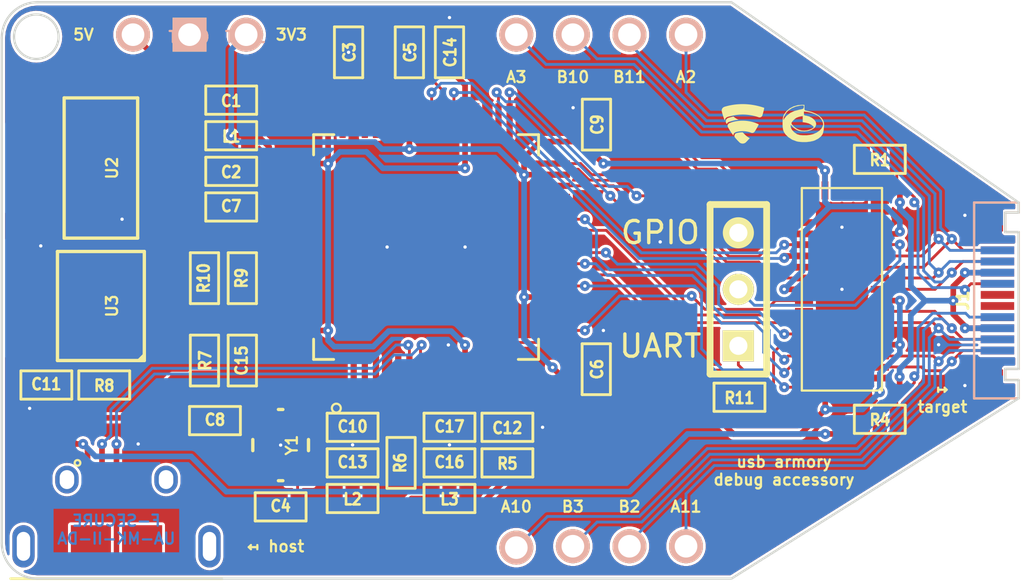
<source format=kicad_pcb>
(kicad_pcb (version 20171130) (host pcbnew 5.1.0)
  (title_block (title "USB armory Mk II debug accessory") (date 2021-11-26) (rev v1.1) (company "F-Secure | Inverse Path") (comment 1 "Copyright © F-Secure Corporation") (comment 2 "License: CERN OHL v1.2"))
  (layers (0 F.Cu signal) (31 B.Cu signal hide) (35 F.Paste user) (37 F.SilkS user) (38 B.Mask user) (39 F.Mask user) (44 Edge.Cuts user))
  (net 0 "")
  (net 1 USB_5V)
  (net 2 GND)
  (net 3 "Net-(C2-Pad1)")
  (net 4 /FTDI/1V8)
  (net 5 /FTDI/OSCO)
  (net 6 3V3)
  (net 7 /FTDI/OSCI)
  (net 8 /FTDI/VPHY)
  (net 9 /FTDI/VPLL)
  (net 10 /FTDI/BDBUS1)
  (net 11 /FTDI/ADBUS1)
  (net 12 /FTDI/BDBUS0)
  (net 13 /USB_DP)
  (net 14 /USB_DM)
  (net 15 /FTDI/EECS)
  (net 16 /FTDI/EECLK)
  (net 17 /FTDI/EEDATA)
  (net 18 /FTDI/ADBUS0)
  (net 19 /FTDI/ADBUS7)
  (net 20 /FTDI/ADBUS6)
  (net 21 /FTDI/ADBUS5)
  (net 22 /FTDI/ADBUS4)
  (net 23 "Net-(R5-Pad1)")
  (net 24 "Net-(R6-Pad1)")
  (net 25 "Net-(R10-Pad1)")
  (net 26 /debug/USB_A10)
  (net 27 /debug/USB_A11)
  (net 28 /debug/USB_B2)
  (net 29 /debug/USB_B3)
  (net 30 /debug/USB_B10)
  (net 31 /debug/USB_B11)
  (net 32 /debug/USB_A2)
  (net 33 /debug/USB_A3)
  (net 34 "Net-(J1-PadB8)")
  (net 35 "Net-(J1-PadB5)")
  (net 36 "Net-(J1-PadA8)")
  (net 37 "Net-(J1-PadA7)")
  (net 38 "Net-(J1-PadA6)")
  (net 39 "Net-(J1-PadA5)")
  (net 40 "Net-(U1-Pad52)")
  (net 41 "Net-(U1-Pad53)")
  (net 42 "Net-(U1-Pad54)")
  (net 43 "Net-(U1-Pad55)")
  (net 44 "Net-(U1-Pad57)")
  (net 45 "Net-(U1-Pad58)")
  (net 46 "Net-(U1-Pad59)")
  (net 47 "Net-(U1-Pad60)")
  (net 48 "Net-(U1-Pad36)")
  (net 49 "Net-(U1-Pad43)")
  (net 50 "Net-(U1-Pad44)")
  (net 51 "Net-(U1-Pad45)")
  (net 52 "Net-(U1-Pad46)")
  (net 53 "Net-(U1-Pad48)")
  (net 54 "Net-(U3-Pad7)")
  (net 55 "Net-(JP3-Pad1)")
  (net 56 "Net-(JP3-Pad2)")
  (net 57 /FTDI/CDBUS0)
  (net 58 /FTDI/BDBUS5)
  (net 59 /FTDI/BDBUS7)
  (net 60 /FTDI/CDBUS1)
  (net 61 /FTDI/BDBUS4)
  (net 62 /FTDI/BDBUS6)
  (net 63 "Net-(U1-Pad28)")
  (net 64 "Net-(U1-Pad29)")
  (net 65 /FTDI/CDBUS3)
  (net 66 /FTDI/CDBUS2)
  (net 67 "Net-(U1-Pad18)")
  (net 68 "Net-(U1-Pad19)")
  (module snapeda:R-PWQFN-N42 (layer F.Cu) (at 172.1 100.85 180)
    (fp_text reference SW1 hide)
    (fp_text value TS3L501E hide)
    (pad 1 smd rect (at -1.7018 -3.9878 90) (size 0.3048 0.8128) (layers F.Cu F.Paste F.Mask) (net 6 3V3))
    (pad 2 smd rect (at -1.7018 -3.5052 90) (size 0.3048 0.8128) (layers F.Cu F.Paste F.Mask) (net 27 /debug/USB_A11))
    (pad 3 smd rect (at -1.7018 -2.9972 90) (size 0.3048 0.8128) (layers F.Cu F.Paste F.Mask) (net 28 /debug/USB_B2))
    (pad 4 smd rect (at -1.7018 -2.4892 90) (size 0.3048 0.8128) (layers F.Cu F.Paste F.Mask) (net 6 3V3))
    (pad 5 smd rect (at -1.7018 -2.0066 90) (size 0.3048 0.8128) (layers F.Cu F.Paste F.Mask) (net 2 GND))
    (pad 6 smd rect (at -1.7018 -1.4986 90) (size 0.3048 0.8128) (layers F.Cu F.Paste F.Mask) (net 29 /debug/USB_B3))
    (pad 7 smd rect (at -1.7018 -0.9906 90) (size 0.3048 0.8128) (layers F.Cu F.Paste F.Mask) (net 26 /debug/USB_A10))
    (pad 8 smd rect (at -1.7018 -0.508 90) (size 0.3048 0.8128) (layers F.Cu F.Paste F.Mask) (net 6 3V3))
    (pad 9 smd rect (at -1.7018 0 90) (size 0.3048 0.8128) (layers F.Cu F.Paste F.Mask) (net 33 /debug/USB_A3))
    (pad 10 smd rect (at -1.7018 0.508 90) (size 0.3048 0.8128) (layers F.Cu F.Paste F.Mask) (net 30 /debug/USB_B10))
    (pad 11 smd rect (at -1.7018 0.9906 90) (size 0.3048 0.8128) (layers F.Cu F.Paste F.Mask) (net 32 /debug/USB_A2))
    (pad 12 smd rect (at -1.7018 1.4986 90) (size 0.3048 0.8128) (layers F.Cu F.Paste F.Mask) (net 31 /debug/USB_B11))
    (pad 13 smd rect (at -1.7018 2.0066 90) (size 0.3048 0.8128) (layers F.Cu F.Paste F.Mask) (net 56 "Net-(JP3-Pad2)"))
    (pad 14 smd rect (at -1.7018 2.4892 90) (size 0.3048 0.8128) (layers F.Cu F.Paste F.Mask) (net 6 3V3))
    (pad 15 smd rect (at -1.7018 2.9972 90) (size 0.3048 0.8128) (layers F.Cu F.Paste F.Mask))
    (pad 16 smd rect (at -1.7018 3.5052 90) (size 0.3048 0.8128) (layers F.Cu F.Paste F.Mask))
    (pad 17 smd rect (at -1.7018 3.9878 90) (size 0.3048 0.8128) (layers F.Cu F.Paste F.Mask))
    (pad 18 smd rect (at -0.762 4.445) (size 0.3048 0.8128) (layers F.Cu F.Paste F.Mask))
    (pad 19 smd rect (at -0.254 4.445) (size 0.3048 0.8128) (layers F.Cu F.Paste F.Mask))
    (pad 20 smd rect (at 0.254 4.445) (size 0.3048 0.8128) (layers F.Cu F.Paste F.Mask))
    (pad 21 smd rect (at 0.762 4.445) (size 0.3048 0.8128) (layers F.Cu F.Paste F.Mask) (net 6 3V3))
    (pad 22 smd rect (at 1.7018 3.9878 90) (size 0.3048 0.8128) (layers F.Cu F.Paste F.Mask) (net 65 /FTDI/CDBUS3))
    (pad 23 smd rect (at 1.7018 3.5052 90) (size 0.3048 0.8128) (layers F.Cu F.Paste F.Mask) (net 60 /FTDI/CDBUS1))
    (pad 24 smd rect (at 1.7018 2.9972 90) (size 0.3048 0.8128) (layers F.Cu F.Paste F.Mask) (net 58 /FTDI/BDBUS5))
    (pad 25 smd rect (at 1.7018 2.4892 90) (size 0.3048 0.8128) (layers F.Cu F.Paste F.Mask) (net 62 /FTDI/BDBUS6))
    (pad 26 smd rect (at 1.7018 2.0066 90) (size 0.3048 0.8128) (layers F.Cu F.Paste F.Mask) (net 66 /FTDI/CDBUS2))
    (pad 27 smd rect (at 1.7018 1.4986 90) (size 0.3048 0.8128) (layers F.Cu F.Paste F.Mask) (net 57 /FTDI/CDBUS0))
    (pad 28 smd rect (at 1.7018 0.9906 90) (size 0.3048 0.8128) (layers F.Cu F.Paste F.Mask) (net 61 /FTDI/BDBUS4))
    (pad 29 smd rect (at 1.7018 0.508 90) (size 0.3048 0.8128) (layers F.Cu F.Paste F.Mask) (net 59 /FTDI/BDBUS7))
    (pad 30 smd rect (at 1.7018 0 90) (size 0.3048 0.8128) (layers F.Cu F.Paste F.Mask) (net 6 3V3))
    (pad 31 smd rect (at 1.7018 -0.508 90) (size 0.3048 0.8128) (layers F.Cu F.Paste F.Mask) (net 11 /FTDI/ADBUS1))
    (pad 32 smd rect (at 1.7018 -0.9906 90) (size 0.3048 0.8128) (layers F.Cu F.Paste F.Mask) (net 12 /FTDI/BDBUS0))
    (pad 33 smd rect (at 1.7018 -1.4986 90) (size 0.3048 0.8128) (layers F.Cu F.Paste F.Mask) (net 21 /FTDI/ADBUS5))
    (pad 34 smd rect (at 1.7018 -2.0066 90) (size 0.3048 0.8128) (layers F.Cu F.Paste F.Mask) (net 19 /FTDI/ADBUS7))
    (pad 35 smd rect (at 1.7018 -2.4892 90) (size 0.3048 0.8128) (layers F.Cu F.Paste F.Mask) (net 18 /FTDI/ADBUS0))
    (pad 36 smd rect (at 1.7018 -2.9972 90) (size 0.3048 0.8128) (layers F.Cu F.Paste F.Mask) (net 10 /FTDI/BDBUS1))
    (pad 37 smd rect (at 1.7018 -3.5052 90) (size 0.3048 0.8128) (layers F.Cu F.Paste F.Mask) (net 20 /FTDI/ADBUS6))
    (pad 38 smd rect (at 1.7018 -3.9878 90) (size 0.3048 0.8128) (layers F.Cu F.Paste F.Mask) (net 22 /FTDI/ADBUS4))
    (pad 39 smd rect (at 0.762 -4.445) (size 0.3048 0.8128) (layers F.Cu F.Paste F.Mask) (net 6 3V3))
    (pad 40 smd rect (at 0.254 -4.445) (size 0.3048 0.8128) (layers F.Cu F.Paste F.Mask))
    (pad 41 smd rect (at -0.254 -4.445) (size 0.3048 0.8128) (layers F.Cu F.Paste F.Mask))
    (pad 42 smd rect (at -0.762 -4.445) (size 0.3048 0.8128) (layers F.Cu F.Paste F.Mask))
    (pad T smd rect (at 0 0 180) (size 2.0574 7.5438) (layers F.Cu F.Paste F.Mask) (net 2 GND))
  )
  (module armory-kicad:CONN_1 (layer F.Cu) (at 142.8115 89.408)
    (fp_text reference TP10 (at -0.0254 0.10668) (layer B.SilkS) (effects (font (size 0.5 0.5) (thickness 0.1))))
    (fp_text value TestPoint hide)
    (pad 1 thru_hole rect (at 0 0) (size 1.524 1.524) (drill 1.016) (layers *.Cu *.Paste *.SilkS *.Mask) (net 2 GND))
  )
  (module IP_LOGO_NO_TEXT_SMALL (layer F.Cu) (at 169.3 93.4)
    (fp_text reference Ref** hide)
    (fp_text value Val** hide)
  )
  (module FSC_LOGO_NO_TEXT_SMALL (layer F.Cu) (at 167.65 93.4)
    (fp_text reference FSC_LOGO_NO_TEXT_SMALL hide)
    (fp_text value G*** hide)
  )
  (module armory-kicad:SM0603 (layer F.Cu) (at 144.68 92.35)
    (fp_text reference C1 (at 0 0.03556) (layer F.SilkS) (effects (font (size 0.508 0.4572) (thickness 0.1143))))
    (fp_text value 10uF hide)
    (pad 2 smd rect (at 0.762 0) (size 0.635 1.143) (layers F.Cu F.Paste F.Mask) (net 2 GND))
    (pad 1 smd rect (at -0.762 0) (size 0.635 1.143) (layers F.Cu F.Paste F.Mask) (net 1 USB_5V))
  )
  (module armory-kicad:SM0603 (layer F.Cu) (at 144.68 95.55)
    (fp_text reference C2 (at 0 0.03556) (layer F.SilkS) (effects (font (size 0.508 0.4572) (thickness 0.1143))))
    (fp_text value 22uF hide)
    (pad 1 smd rect (at -0.762 0) (size 0.635 1.143) (layers F.Cu F.Paste F.Mask) (net 3 "Net-(C2-Pad1)"))
    (pad 2 smd rect (at 0.762 0) (size 0.635 1.143) (layers F.Cu F.Paste F.Mask) (net 2 GND))
  )
  (module armory-kicad:SM0603 (layer F.Cu) (at 149.95 90.2 90)
    (fp_text reference C3 (at 0 0.03556 90) (layer F.SilkS) (effects (font (size 0.508 0.4572) (thickness 0.1143))))
    (fp_text value "3.3 uF" hide)
    (pad 2 smd rect (at 0.762 0 90) (size 0.635 1.143) (layers F.Cu F.Paste F.Mask) (net 2 GND))
    (pad 1 smd rect (at -0.762 0 90) (size 0.635 1.143) (layers F.Cu F.Paste F.Mask) (net 4 /FTDI/1V8))
  )
  (module armory-kicad:SM0603 (layer F.Cu) (at 146.9 110.625 180)
    (fp_text reference C4 (at 0 0.03556 180) (layer F.SilkS) (effects (font (size 0.508 0.4572) (thickness 0.1143))))
    (fp_text value 27pF hide)
    (pad 1 smd rect (at -0.762 0 180) (size 0.635 1.143) (layers F.Cu F.Paste F.Mask) (net 5 /FTDI/OSCO))
    (pad 2 smd rect (at 0.762 0 180) (size 0.635 1.143) (layers F.Cu F.Paste F.Mask) (net 2 GND))
  )
  (module armory-kicad:SM0603 (layer F.Cu) (at 152.68 90.2 90)
    (fp_text reference C5 (at 0 0.03556 90) (layer F.SilkS) (effects (font (size 0.508 0.4572) (thickness 0.1143))))
    (fp_text value "0.1 uF" hide)
    (pad 1 smd rect (at -0.762 0 90) (size 0.635 1.143) (layers F.Cu F.Paste F.Mask) (net 6 3V3))
    (pad 2 smd rect (at 0.762 0 90) (size 0.635 1.143) (layers F.Cu F.Paste F.Mask) (net 2 GND))
  )
  (module armory-kicad:SM0603 (layer F.Cu) (at 161.07 104.44 90)
    (fp_text reference C6 (at 0 0.03556 90) (layer F.SilkS) (effects (font (size 0.508 0.4572) (thickness 0.1143))))
    (fp_text value "0.1 uF" hide)
    (pad 2 smd rect (at 0.762 0 90) (size 0.635 1.143) (layers F.Cu F.Paste F.Mask) (net 2 GND))
    (pad 1 smd rect (at -0.762 0 90) (size 0.635 1.143) (layers F.Cu F.Paste F.Mask) (net 6 3V3))
  )
  (module armory-kicad:SM0603 (layer F.Cu) (at 144.68 97.15 180)
    (fp_text reference C7 (at 0 0.03556 180) (layer F.SilkS) (effects (font (size 0.508 0.4572) (thickness 0.1143))))
    (fp_text value "0.1 uF" hide)
    (pad 1 smd rect (at -0.762 0 180) (size 0.635 1.143) (layers F.Cu F.Paste F.Mask) (net 6 3V3))
    (pad 2 smd rect (at 0.762 0 180) (size 0.635 1.143) (layers F.Cu F.Paste F.Mask) (net 2 GND))
  )
  (module armory-kicad:SM0603 (layer F.Cu) (at 143.95 106.75 180)
    (fp_text reference C8 (at 0 0.03556 180) (layer F.SilkS) (effects (font (size 0.508 0.4572) (thickness 0.1143))))
    (fp_text value 27pF hide)
    (pad 2 smd rect (at 0.762 0 180) (size 0.635 1.143) (layers F.Cu F.Paste F.Mask) (net 2 GND))
    (pad 1 smd rect (at -0.762 0 180) (size 0.635 1.143) (layers F.Cu F.Paste F.Mask) (net 7 /FTDI/OSCI))
  )
  (module armory-kicad:SM0603 (layer F.Cu) (at 161.08 93.45 90)
    (fp_text reference C9 (at 0 0.03556 90) (layer F.SilkS) (effects (font (size 0.508 0.4572) (thickness 0.1143))))
    (fp_text value "0.1 uF" hide)
    (pad 2 smd rect (at 0.762 0 90) (size 0.635 1.143) (layers F.Cu F.Paste F.Mask) (net 2 GND))
    (pad 1 smd rect (at -0.762 0 90) (size 0.635 1.143) (layers F.Cu F.Paste F.Mask) (net 6 3V3))
  )
  (module armory-kicad:SM0603 (layer F.Cu) (at 150.13 107.05 180)
    (fp_text reference C10 (at 0 0.03556 180) (layer F.SilkS) (effects (font (size 0.508 0.4572) (thickness 0.1143))))
    (fp_text value "4.7 uF" hide)
    (pad 1 smd rect (at -0.762 0 180) (size 0.635 1.143) (layers F.Cu F.Paste F.Mask) (net 8 /FTDI/VPHY))
    (pad 2 smd rect (at 0.762 0 180) (size 0.635 1.143) (layers F.Cu F.Paste F.Mask) (net 2 GND))
  )
  (module armory-kicad:SM0603 (layer F.Cu) (at 136.38 105.15 180)
    (fp_text reference C11 (at 0 0.03556 180) (layer F.SilkS) (effects (font (size 0.508 0.4572) (thickness 0.1143))))
    (fp_text value "0.1 uF" hide)
    (pad 2 smd rect (at 0.762 0 180) (size 0.635 1.143) (layers F.Cu F.Paste F.Mask) (net 2 GND))
    (pad 1 smd rect (at -0.762 0 180) (size 0.635 1.143) (layers F.Cu F.Paste F.Mask) (net 6 3V3))
  )
  (module armory-kicad:SM0603 (layer F.Cu) (at 157.08 107.05)
    (fp_text reference C12 (at 0 0.03556) (layer F.SilkS) (effects (font (size 0.508 0.4572) (thickness 0.1143))))
    (fp_text value "0.1 uF" hide)
    (pad 1 smd rect (at -0.762 0) (size 0.635 1.143) (layers F.Cu F.Paste F.Mask) (net 4 /FTDI/1V8))
    (pad 2 smd rect (at 0.762 0) (size 0.635 1.143) (layers F.Cu F.Paste F.Mask) (net 2 GND))
  )
  (module armory-kicad:SM0603 (layer F.Cu) (at 150.13 108.65 180)
    (fp_text reference C13 (at 0 0.03556 180) (layer F.SilkS) (effects (font (size 0.508 0.4572) (thickness 0.1143))))
    (fp_text value "0.1 uF" hide)
    (pad 1 smd rect (at -0.762 0 180) (size 0.635 1.143) (layers F.Cu F.Paste F.Mask) (net 8 /FTDI/VPHY))
    (pad 2 smd rect (at 0.762 0 180) (size 0.635 1.143) (layers F.Cu F.Paste F.Mask) (net 2 GND))
  )
  (module armory-kicad:SM0603 (layer F.Cu) (at 154.48 90.2 90)
    (fp_text reference C14 (at 0 0.03556 90) (layer F.SilkS) (effects (font (size 0.508 0.4572) (thickness 0.1143))))
    (fp_text value "0.1 uF" hide)
    (pad 1 smd rect (at -0.762 0 90) (size 0.635 1.143) (layers F.Cu F.Paste F.Mask) (net 4 /FTDI/1V8))
    (pad 2 smd rect (at 0.762 0 90) (size 0.635 1.143) (layers F.Cu F.Paste F.Mask) (net 2 GND))
  )
  (module armory-kicad:SM0603 (layer F.Cu) (at 145.18 104.05 270)
    (fp_text reference C15 (at 0 0.03556 270) (layer F.SilkS) (effects (font (size 0.508 0.4572) (thickness 0.1143))))
    (fp_text value "0.1 uF" hide)
    (pad 2 smd rect (at 0.762 0 270) (size 0.635 1.143) (layers F.Cu F.Paste F.Mask) (net 2 GND))
    (pad 1 smd rect (at -0.762 0 270) (size 0.635 1.143) (layers F.Cu F.Paste F.Mask) (net 4 /FTDI/1V8))
  )
  (module armory-kicad:SM0603 (layer F.Cu) (at 154.48 108.65 180)
    (fp_text reference C16 (at 0 0.03556 180) (layer F.SilkS) (effects (font (size 0.508 0.4572) (thickness 0.1143))))
    (fp_text value "4.7 uF" hide)
    (pad 2 smd rect (at 0.762 0 180) (size 0.635 1.143) (layers F.Cu F.Paste F.Mask) (net 2 GND))
    (pad 1 smd rect (at -0.762 0 180) (size 0.635 1.143) (layers F.Cu F.Paste F.Mask) (net 9 /FTDI/VPLL))
  )
  (module armory-kicad:SM0603 (layer F.Cu) (at 154.48 107.05 180)
    (fp_text reference C17 (at 0 0.03556 180) (layer F.SilkS) (effects (font (size 0.508 0.4572) (thickness 0.1143))))
    (fp_text value "0.1 uF" hide)
    (pad 2 smd rect (at 0.762 0 180) (size 0.635 1.143) (layers F.Cu F.Paste F.Mask) (net 2 GND))
    (pad 1 smd rect (at -0.762 0 180) (size 0.635 1.143) (layers F.Cu F.Paste F.Mask) (net 9 /FTDI/VPLL))
  )
  (module armory-kicad:SM0603 (layer F.Cu) (at 144.68 93.95)
    (fp_text reference L1 (at 0 0.03556) (layer F.SilkS) (effects (font (size 0.508 0.4572) (thickness 0.1143))))
    (fp_text value "600ohm 500mA" hide)
    (pad 2 smd rect (at 0.762 0) (size 0.635 1.143) (layers F.Cu F.Paste F.Mask) (net 6 3V3))
    (pad 1 smd rect (at -0.762 0) (size 0.635 1.143) (layers F.Cu F.Paste F.Mask) (net 3 "Net-(C2-Pad1)"))
  )
  (module armory-kicad:SM0603 (layer F.Cu) (at 150.13 110.25)
    (fp_text reference L2 (at 0 0.03556) (layer F.SilkS) (effects (font (size 0.508 0.4572) (thickness 0.1143))))
    (fp_text value "600ohm 500mA" hide)
    (pad 2 smd rect (at 0.762 0) (size 0.635 1.143) (layers F.Cu F.Paste F.Mask) (net 8 /FTDI/VPHY))
    (pad 1 smd rect (at -0.762 0) (size 0.635 1.143) (layers F.Cu F.Paste F.Mask) (net 6 3V3))
  )
  (module armory-kicad:SM0603 (layer F.Cu) (at 154.48 110.25)
    (fp_text reference L3 (at 0 0.03556) (layer F.SilkS) (effects (font (size 0.508 0.4572) (thickness 0.1143))))
    (fp_text value "600ohm 500mA" hide)
    (pad 1 smd rect (at -0.762 0) (size 0.635 1.143) (layers F.Cu F.Paste F.Mask) (net 6 3V3))
    (pad 2 smd rect (at 0.762 0) (size 0.635 1.143) (layers F.Cu F.Paste F.Mask) (net 9 /FTDI/VPLL))
  )
  (module snapeda:MOLEX_0475890001 (layer F.Cu) (at 139.53 112.4)
    (fp_text reference J2 hide)
    (fp_text value 0475890001 hide)
    (pad 3 smd rect (at 0 -2.675) (size 0.4 1.35) (layers F.Cu F.Paste F.Mask) (net 13 /USB_DP))
    (pad 4 smd rect (at 0.65 -2.675) (size 0.4 1.35) (layers F.Cu F.Paste F.Mask) (net 2 GND))
    (pad 5 smd rect (at 1.3 -2.675) (size 0.4 1.35) (layers F.Cu F.Paste F.Mask) (net 2 GND))
    (pad 2 smd rect (at -0.65 -2.675) (size 0.4 1.35) (layers F.Cu F.Paste F.Mask) (net 14 /USB_DM))
    (pad 1 smd rect (at -1.3 -2.675) (size 0.4 1.35) (layers F.Cu F.Paste F.Mask) (net 1 USB_5V))
    (pad "" smd rect (at 1.15 0) (size 1.8 1.9) (layers F.Cu F.Paste F.Mask))
    (pad "" smd rect (at -1.15 0) (size 1.8 1.9) (layers F.Cu F.Paste F.Mask))
    (pad "" thru_hole oval (at -2.225 -3) (size 1.05 1.25) (drill oval 0.65 0.85) (layers *.Cu *.Mask))
    (pad "" thru_hole oval (at 2.225 -3) (size 1.05 1.25) (drill oval 0.65 0.85) (layers *.Cu *.Mask))
    (pad "" thru_hole oval (at -4.175 0) (size 1 1.9) (drill oval 0.6 1.3) (layers *.Cu *.Mask))
    (pad "" thru_hole oval (at 4.175 0) (size 1 1.9) (drill oval 0.6 1.3) (layers *.Cu *.Mask))
  )
  (module armory-kicad:SM0603 (layer F.Cu) (at 173.8 95.01)
    (fp_text reference R1 (at 0 0.03556) (layer F.SilkS) (effects (font (size 0.508 0.4572) (thickness 0.1143))))
    (fp_text value 56k hide)
    (pad 2 smd rect (at 0.762 0) (size 0.635 1.143) (layers F.Cu F.Paste F.Mask) (net 39 "Net-(J1-PadA5)"))
    (pad 1 smd rect (at -0.762 0) (size 0.635 1.143) (layers F.Cu F.Paste F.Mask) (net 1 USB_5V))
  )
  (module armory-kicad:SM0603 (layer F.Cu) (at 173.8 106.69)
    (fp_text reference R4 (at 0 0.03556) (layer F.SilkS) (effects (font (size 0.508 0.4572) (thickness 0.1143))))
    (fp_text value 56k hide)
    (pad 1 smd rect (at -0.762 0) (size 0.635 1.143) (layers F.Cu F.Paste F.Mask) (net 1 USB_5V))
    (pad 2 smd rect (at 0.762 0) (size 0.635 1.143) (layers F.Cu F.Paste F.Mask) (net 35 "Net-(J1-PadB5)"))
  )
  (module armory-kicad:SM0603 (layer F.Cu) (at 157.08 108.65)
    (fp_text reference R5 (at 0 0.03556) (layer F.SilkS) (effects (font (size 0.508 0.4572) (thickness 0.1143))))
    (fp_text value 1k hide)
    (pad 1 smd rect (at -0.762 0) (size 0.635 1.143) (layers F.Cu F.Paste F.Mask) (net 23 "Net-(R5-Pad1)"))
    (pad 2 smd rect (at 0.762 0) (size 0.635 1.143) (layers F.Cu F.Paste F.Mask) (net 6 3V3))
  )
  (module armory-kicad:SM0603 (layer F.Cu) (at 152.305 108.65 270)
    (fp_text reference R6 (at 0 0.03556 270) (layer F.SilkS) (effects (font (size 0.508 0.4572) (thickness 0.1143))))
    (fp_text value 12k hide)
    (pad 1 smd rect (at -0.762 0 270) (size 0.635 1.143) (layers F.Cu F.Paste F.Mask) (net 24 "Net-(R6-Pad1)"))
    (pad 2 smd rect (at 0.762 0 270) (size 0.635 1.143) (layers F.Cu F.Paste F.Mask) (net 2 GND))
  )
  (module armory-kicad:SM0603 (layer F.Cu) (at 143.48 104.05 90)
    (fp_text reference R7 (at 0 0.03556 90) (layer F.SilkS) (effects (font (size 0.508 0.4572) (thickness 0.1143))))
    (fp_text value 10k hide)
    (pad 1 smd rect (at -0.762 0 90) (size 0.635 1.143) (layers F.Cu F.Paste F.Mask) (net 6 3V3))
    (pad 2 smd rect (at 0.762 0 90) (size 0.635 1.143) (layers F.Cu F.Paste F.Mask) (net 15 /FTDI/EECS))
  )
  (module armory-kicad:SM0603 (layer F.Cu) (at 138.98 105.15)
    (fp_text reference R8 (at 0 0.03556) (layer F.SilkS) (effects (font (size 0.508 0.4572) (thickness 0.1143))))
    (fp_text value 10k hide)
    (pad 2 smd rect (at 0.762 0) (size 0.635 1.143) (layers F.Cu F.Paste F.Mask) (net 25 "Net-(R10-Pad1)"))
    (pad 1 smd rect (at -0.762 0) (size 0.635 1.143) (layers F.Cu F.Paste F.Mask) (net 6 3V3))
  )
  (module armory-kicad:SM0603 (layer F.Cu) (at 145.18 100.35 270)
    (fp_text reference R9 (at 0 0.03556 270) (layer F.SilkS) (effects (font (size 0.508 0.4572) (thickness 0.1143))))
    (fp_text value 10k hide)
    (pad 1 smd rect (at -0.762 0 270) (size 0.635 1.143) (layers F.Cu F.Paste F.Mask) (net 6 3V3))
    (pad 2 smd rect (at 0.762 0 270) (size 0.635 1.143) (layers F.Cu F.Paste F.Mask) (net 16 /FTDI/EECLK))
  )
  (module armory-kicad:CONN_1 (layer F.Cu) (at 157.48 89.408 180)
    (fp_text reference TP1 (at -0.0254 0.10668 180) (layer B.SilkS) (effects (font (size 0.5 0.5) (thickness 0.1))))
    (fp_text value TestPoint hide)
    (pad 1 thru_hole circle (at 0 0 180) (size 1.524 1.524) (drill 1.016) (layers *.Cu *.Paste *.SilkS *.Mask) (net 33 /debug/USB_A3))
  )
  (module armory-kicad:CONN_1 (layer F.Cu) (at 165.1 89.408 180)
    (fp_text reference TP2 (at -0.0254 0.10668 180) (layer B.SilkS) (effects (font (size 0.5 0.5) (thickness 0.1))))
    (fp_text value TestPoint hide)
    (pad 1 thru_hole circle (at 0 0 180) (size 1.524 1.524) (drill 1.016) (layers *.Cu *.Paste *.SilkS *.Mask) (net 32 /debug/USB_A2))
  )
  (module armory-kicad:CONN_1 (layer F.Cu) (at 162.56 89.408 180)
    (fp_text reference TP3 (at -0.0254 0.10668 180) (layer B.SilkS) (effects (font (size 0.5 0.5) (thickness 0.1))))
    (fp_text value TestPoint hide)
    (pad 1 thru_hole circle (at 0 0 180) (size 1.524 1.524) (drill 1.016) (layers *.Cu *.Paste *.SilkS *.Mask) (net 31 /debug/USB_B11))
  )
  (module armory-kicad:CONN_1 (layer F.Cu) (at 157.48 112.4585 180)
    (fp_text reference TP5 (at -0.0254 0.10668 180) (layer B.SilkS) (effects (font (size 0.5 0.5) (thickness 0.1))))
    (fp_text value TestPoint hide)
    (pad 1 thru_hole circle (at 0 0 180) (size 1.524 1.524) (drill 1.016) (layers *.Cu *.Paste *.SilkS *.Mask) (net 26 /debug/USB_A10))
  )
  (module armory-kicad:CONN_1 (layer F.Cu) (at 160.02 112.395 180)
    (fp_text reference TP6 (at -0.0254 0.10668 180) (layer B.SilkS) (effects (font (size 0.5 0.5) (thickness 0.1))))
    (fp_text value TestPoint hide)
    (pad 1 thru_hole circle (at 0 0 180) (size 1.524 1.524) (drill 1.016) (layers *.Cu *.Paste *.SilkS *.Mask) (net 29 /debug/USB_B3))
  )
  (module armory-kicad:CONN_1 (layer F.Cu) (at 165.1 112.395 180)
    (fp_text reference TP7 (at -0.0254 0.10668 180) (layer B.SilkS) (effects (font (size 0.5 0.5) (thickness 0.1))))
    (fp_text value TestPoint hide)
    (pad 1 thru_hole circle (at 0 0 180) (size 1.524 1.524) (drill 1.016) (layers *.Cu *.Paste *.SilkS *.Mask) (net 27 /debug/USB_A11))
  )
  (module armory-kicad:CONN_1 (layer F.Cu) (at 162.56 112.395 180)
    (fp_text reference TP8 (at -0.0254 0.10668 180) (layer B.SilkS) (effects (font (size 0.5 0.5) (thickness 0.1))))
    (fp_text value TestPoint hide)
    (pad 1 thru_hole circle (at 0 0 180) (size 1.524 1.524) (drill 1.016) (layers *.Cu *.Paste *.SilkS *.Mask) (net 28 /debug/USB_B2))
  )
  (module armory-kicad:SOT-223 (layer F.Cu) (at 138.83 95.4 90)
    (fp_text reference U2 (at 0 0.5 90) (layer F.SilkS) (effects (font (size 0.5 0.5) (thickness 0.1))))
    (fp_text value NCP1117-3.3_SOT223 hide)
    (pad 3 smd rect (at 2.3 3.15 90) (size 1.5 2) (layers F.Cu F.Paste F.Mask) (net 1 USB_5V))
    (pad 2 smd rect (at 0 3.15 90) (size 1.5 2) (layers F.Cu F.Paste F.Mask) (net 3 "Net-(C2-Pad1)"))
    (pad 4 smd rect (at 0 -3.15 90) (size 3.8 2) (layers F.Cu F.Paste F.Mask))
    (pad 1 smd rect (at -2.3 3.15 90) (size 1.5 2) (layers F.Cu F.Paste F.Mask) (net 2 GND))
  )
  (module snapeda:QFP50P1200X1200X160-64N (layer F.Cu) (at 153.43 98.95 90)
    (fp_text reference U1 hide)
    (fp_text value FT4232HL-REEL hide)
    (pad 17 smd rect (at -3.75 5.68 180) (size 1.56 0.28) (layers F.Cu F.Paste F.Mask) (net 11 /FTDI/ADBUS1))
    (pad 18 smd rect (at -3.25 5.68 180) (size 1.56 0.28) (layers F.Cu F.Paste F.Mask) (net 67 "Net-(U1-Pad18)"))
    (pad 19 smd rect (at -2.75 5.68 180) (size 1.56 0.28) (layers F.Cu F.Paste F.Mask) (net 68 "Net-(U1-Pad19)"))
    (pad 20 smd rect (at -2.25 5.68 180) (size 1.56 0.28) (layers F.Cu F.Paste F.Mask) (net 6 3V3))
    (pad 21 smd rect (at -1.75 5.68 180) (size 1.56 0.28) (layers F.Cu F.Paste F.Mask) (net 22 /FTDI/ADBUS4))
    (pad 22 smd rect (at -1.25 5.68 180) (size 1.56 0.28) (layers F.Cu F.Paste F.Mask) (net 21 /FTDI/ADBUS5))
    (pad 23 smd rect (at -0.75 5.68 180) (size 1.56 0.28) (layers F.Cu F.Paste F.Mask) (net 20 /FTDI/ADBUS6))
    (pad 24 smd rect (at -0.25 5.68 180) (size 1.56 0.28) (layers F.Cu F.Paste F.Mask) (net 19 /FTDI/ADBUS7))
    (pad 25 smd rect (at 0.25 5.68 180) (size 1.56 0.28) (layers F.Cu F.Paste F.Mask) (net 2 GND))
    (pad 26 smd rect (at 0.75 5.68 180) (size 1.56 0.28) (layers F.Cu F.Paste F.Mask) (net 12 /FTDI/BDBUS0))
    (pad 27 smd rect (at 1.25 5.68 180) (size 1.56 0.28) (layers F.Cu F.Paste F.Mask) (net 10 /FTDI/BDBUS1))
    (pad 28 smd rect (at 1.75 5.68 180) (size 1.56 0.28) (layers F.Cu F.Paste F.Mask) (net 63 "Net-(U1-Pad28)"))
    (pad 29 smd rect (at 2.25 5.68 180) (size 1.56 0.28) (layers F.Cu F.Paste F.Mask) (net 64 "Net-(U1-Pad29)"))
    (pad 30 smd rect (at 2.75 5.68 180) (size 1.56 0.28) (layers F.Cu F.Paste F.Mask) (net 61 /FTDI/BDBUS4))
    (pad 31 smd rect (at 3.25 5.68 180) (size 1.56 0.28) (layers F.Cu F.Paste F.Mask) (net 6 3V3))
    (pad 32 smd rect (at 3.75 5.68 180) (size 1.56 0.28) (layers F.Cu F.Paste F.Mask) (net 58 /FTDI/BDBUS5))
    (pad 49 smd rect (at 3.75 -5.68 180) (size 1.56 0.28) (layers F.Cu F.Paste F.Mask) (net 4 /FTDI/1V8))
    (pad 50 smd rect (at 3.25 -5.68 180) (size 1.56 0.28) (layers F.Cu F.Paste F.Mask) (net 6 3V3))
    (pad 51 smd rect (at 2.75 -5.68 180) (size 1.56 0.28) (layers F.Cu F.Paste F.Mask) (net 2 GND))
    (pad 52 smd rect (at 2.25 -5.68 180) (size 1.56 0.28) (layers F.Cu F.Paste F.Mask) (net 40 "Net-(U1-Pad52)"))
    (pad 53 smd rect (at 1.75 -5.68 180) (size 1.56 0.28) (layers F.Cu F.Paste F.Mask) (net 41 "Net-(U1-Pad53)"))
    (pad 54 smd rect (at 1.25 -5.68 180) (size 1.56 0.28) (layers F.Cu F.Paste F.Mask) (net 42 "Net-(U1-Pad54)"))
    (pad 55 smd rect (at 0.75 -5.68 180) (size 1.56 0.28) (layers F.Cu F.Paste F.Mask) (net 43 "Net-(U1-Pad55)"))
    (pad 56 smd rect (at 0.25 -5.68 180) (size 1.56 0.28) (layers F.Cu F.Paste F.Mask) (net 6 3V3))
    (pad 57 smd rect (at -0.25 -5.68 180) (size 1.56 0.28) (layers F.Cu F.Paste F.Mask) (net 44 "Net-(U1-Pad57)"))
    (pad 58 smd rect (at -0.75 -5.68 180) (size 1.56 0.28) (layers F.Cu F.Paste F.Mask) (net 45 "Net-(U1-Pad58)"))
    (pad 59 smd rect (at -1.25 -5.68 180) (size 1.56 0.28) (layers F.Cu F.Paste F.Mask) (net 46 "Net-(U1-Pad59)"))
    (pad 60 smd rect (at -1.75 -5.68 180) (size 1.56 0.28) (layers F.Cu F.Paste F.Mask) (net 47 "Net-(U1-Pad60)"))
    (pad 61 smd rect (at -2.25 -5.68 180) (size 1.56 0.28) (layers F.Cu F.Paste F.Mask) (net 17 /FTDI/EEDATA))
    (pad 62 smd rect (at -2.75 -5.68 180) (size 1.56 0.28) (layers F.Cu F.Paste F.Mask) (net 16 /FTDI/EECLK))
    (pad 63 smd rect (at -3.25 -5.68 180) (size 1.56 0.28) (layers F.Cu F.Paste F.Mask) (net 15 /FTDI/EECS))
    (pad 64 smd rect (at -3.75 -5.68 180) (size 1.56 0.28) (layers F.Cu F.Paste F.Mask) (net 4 /FTDI/1V8))
    (pad 1 smd rect (at -5.68 -3.75 90) (size 1.56 0.28) (layers F.Cu F.Paste F.Mask) (net 2 GND))
    (pad 2 smd rect (at -5.68 -3.25 90) (size 1.56 0.28) (layers F.Cu F.Paste F.Mask) (net 7 /FTDI/OSCI))
    (pad 3 smd rect (at -5.68 -2.75 90) (size 1.56 0.28) (layers F.Cu F.Paste F.Mask) (net 5 /FTDI/OSCO))
    (pad 4 smd rect (at -5.68 -2.25 90) (size 1.56 0.28) (layers F.Cu F.Paste F.Mask) (net 8 /FTDI/VPHY))
    (pad 5 smd rect (at -5.68 -1.75 90) (size 1.56 0.28) (layers F.Cu F.Paste F.Mask) (net 2 GND))
    (pad 6 smd rect (at -5.68 -1.25 90) (size 1.56 0.28) (layers F.Cu F.Paste F.Mask) (net 24 "Net-(R6-Pad1)"))
    (pad 7 smd rect (at -5.68 -0.75 90) (size 1.56 0.28) (layers F.Cu F.Paste F.Mask) (net 14 /USB_DM))
    (pad 8 smd rect (at -5.68 -0.25 90) (size 1.56 0.28) (layers F.Cu F.Paste F.Mask) (net 13 /USB_DP))
    (pad 9 smd rect (at -5.68 0.25 90) (size 1.56 0.28) (layers F.Cu F.Paste F.Mask) (net 9 /FTDI/VPLL))
    (pad 10 smd rect (at -5.68 0.75 90) (size 1.56 0.28) (layers F.Cu F.Paste F.Mask) (net 2 GND))
    (pad 11 smd rect (at -5.68 1.25 90) (size 1.56 0.28) (layers F.Cu F.Paste F.Mask) (net 2 GND))
    (pad 12 smd rect (at -5.68 1.75 90) (size 1.56 0.28) (layers F.Cu F.Paste F.Mask) (net 4 /FTDI/1V8))
    (pad 13 smd rect (at -5.68 2.25 90) (size 1.56 0.28) (layers F.Cu F.Paste F.Mask) (net 2 GND))
    (pad 14 smd rect (at -5.68 2.75 90) (size 1.56 0.28) (layers F.Cu F.Paste F.Mask) (net 23 "Net-(R5-Pad1)"))
    (pad 15 smd rect (at -5.68 3.25 90) (size 1.56 0.28) (layers F.Cu F.Paste F.Mask) (net 2 GND))
    (pad 16 smd rect (at -5.68 3.75 90) (size 1.56 0.28) (layers F.Cu F.Paste F.Mask) (net 18 /FTDI/ADBUS0))
    (pad 33 smd rect (at 5.68 3.75 90) (size 1.56 0.28) (layers F.Cu F.Paste F.Mask) (net 62 /FTDI/BDBUS6))
    (pad 34 smd rect (at 5.68 3.25 90) (size 1.56 0.28) (layers F.Cu F.Paste F.Mask) (net 59 /FTDI/BDBUS7))
    (pad 35 smd rect (at 5.68 2.75 90) (size 1.56 0.28) (layers F.Cu F.Paste F.Mask) (net 2 GND))
    (pad 36 smd rect (at 5.68 2.25 90) (size 1.56 0.28) (layers F.Cu F.Paste F.Mask) (net 48 "Net-(U1-Pad36)"))
    (pad 37 smd rect (at 5.68 1.75 90) (size 1.56 0.28) (layers F.Cu F.Paste F.Mask) (net 4 /FTDI/1V8))
    (pad 38 smd rect (at 5.68 1.25 90) (size 1.56 0.28) (layers F.Cu F.Paste F.Mask) (net 57 /FTDI/CDBUS0))
    (pad 39 smd rect (at 5.68 0.75 90) (size 1.56 0.28) (layers F.Cu F.Paste F.Mask) (net 60 /FTDI/CDBUS1))
    (pad 40 smd rect (at 5.68 0.25 90) (size 1.56 0.28) (layers F.Cu F.Paste F.Mask) (net 66 /FTDI/CDBUS2))
    (pad 41 smd rect (at 5.68 -0.25 90) (size 1.56 0.28) (layers F.Cu F.Paste F.Mask) (net 65 /FTDI/CDBUS3))
    (pad 42 smd rect (at 5.68 -0.75 90) (size 1.56 0.28) (layers F.Cu F.Paste F.Mask) (net 6 3V3))
    (pad 43 smd rect (at 5.68 -1.25 90) (size 1.56 0.28) (layers F.Cu F.Paste F.Mask) (net 49 "Net-(U1-Pad43)"))
    (pad 44 smd rect (at 5.68 -1.75 90) (size 1.56 0.28) (layers F.Cu F.Paste F.Mask) (net 50 "Net-(U1-Pad44)"))
    (pad 45 smd rect (at 5.68 -2.25 90) (size 1.56 0.28) (layers F.Cu F.Paste F.Mask) (net 51 "Net-(U1-Pad45)"))
    (pad 46 smd rect (at 5.68 -2.75 90) (size 1.56 0.28) (layers F.Cu F.Paste F.Mask) (net 52 "Net-(U1-Pad46)"))
    (pad 47 smd rect (at 5.68 -3.25 90) (size 1.56 0.28) (layers F.Cu F.Paste F.Mask) (net 2 GND))
    (pad 48 smd rect (at 5.68 -3.75 90) (size 1.56 0.28) (layers F.Cu F.Paste F.Mask) (net 53 "Net-(U1-Pad48)"))
  )
  (module armory-kicad:8L_SOIC_Narrow_3_90_SN_C04-057C (layer F.Cu) (at 138.83 101.6 90)
    (fp_text reference U3 (at 0 0.5 90) (layer F.SilkS) (effects (font (size 0.5 0.5) (thickness 0.1))))
    (fp_text value 93LCxxC hide)
    (pad 5 smd rect (at 1.905 -2.7 90) (size 0.6 1.55) (layers F.Cu F.Paste F.Mask) (net 2 GND))
    (pad 6 smd rect (at 0.635 -2.7 90) (size 0.6 1.55) (layers F.Cu F.Paste F.Mask) (net 6 3V3))
    (pad 7 smd rect (at -0.635 -2.7 90) (size 0.6 1.55) (layers F.Cu F.Paste F.Mask) (net 54 "Net-(U3-Pad7)"))
    (pad 3 smd rect (at 0.635 2.7 90) (size 0.6 1.55) (layers F.Cu F.Paste F.Mask) (net 17 /FTDI/EEDATA))
    (pad 2 smd rect (at -0.635 2.7 90) (size 0.6 1.55) (layers F.Cu F.Paste F.Mask) (net 16 /FTDI/EECLK))
    (pad 4 smd rect (at 1.905 2.7 90) (size 0.6 1.55) (layers F.Cu F.Paste F.Mask) (net 25 "Net-(R10-Pad1)"))
    (pad 1 smd rect (at -1.905 2.7 90) (size 0.6 1.55) (layers F.Cu F.Paste F.Mask) (net 15 /FTDI/EECS))
    (pad 8 smd rect (at -1.905 -2.7 90) (size 0.6 1.55) (layers F.Cu F.Paste F.Mask) (net 6 3V3))
  )
  (module armory-kicad:TXC-3.2x2.5 (layer F.Cu) (at 146.9 107.85 90)
    (fp_text reference Y1 (at 0 0.5 90) (layer F.SilkS) (effects (font (size 0.5 0.5) (thickness 0.1))))
    (fp_text value 12MHz hide)
    (pad 4 smd rect (at -1.1 -0.85 90) (size 1.4 1.2) (layers F.Cu F.Paste F.Mask) (net 2 GND))
    (pad 3 smd rect (at 1.1 -0.85 90) (size 1.4 1.2) (layers F.Cu F.Paste F.Mask) (net 7 /FTDI/OSCI))
    (pad 2 smd rect (at 1.1 0.85 90) (size 1.4 1.2) (layers F.Cu F.Paste F.Mask) (net 2 GND))
    (pad 1 smd rect (at -1.1 0.85 90) (size 1.4 1.2) (layers F.Cu F.Paste F.Mask) (net 5 /FTDI/OSCO))
  )
  (module armory-kicad:SIL-3 (layer F.Cu) (at 167.45 100.85 90)
    (fp_text reference JP3 (at 0 0 90) (layer F.SilkS) (effects (font (size 0.5 0.5) (thickness 0.1))))
    (fp_text value Jumper_NC_Dual hide)
    (pad 3 thru_hole circle (at 2.54 0 90) (size 1.397 1.397) (drill 0.8128) (layers *.Cu *.Mask F.SilkS) (net 2 GND))
    (pad 1 thru_hole rect (at -2.54 0 90) (size 1.397 1.397) (drill 0.8128) (layers *.Cu *.Mask F.SilkS) (net 55 "Net-(JP3-Pad1)"))
    (pad 2 thru_hole circle (at 0 0 90) (size 1.397 1.397) (drill 0.8128) (layers *.Cu *.Mask F.SilkS) (net 56 "Net-(JP3-Pad2)"))
  )
  (module armory-kicad:SM0603 (layer F.Cu) (at 143.48 100.35 270)
    (fp_text reference R10 (at 0 0.03556 270) (layer F.SilkS) (effects (font (size 0.508 0.4572) (thickness 0.1143))))
    (fp_text value 2.2k hide)
    (pad 1 smd rect (at -0.762 0 270) (size 0.635 1.143) (layers F.Cu F.Paste F.Mask) (net 25 "Net-(R10-Pad1)"))
    (pad 2 smd rect (at 0.762 0 270) (size 0.635 1.143) (layers F.Cu F.Paste F.Mask) (net 17 /FTDI/EEDATA))
  )
  (module armory-kicad:SM0603 (layer F.Cu) (at 167.5 105.7)
    (fp_text reference R11 (at 0 0.03556) (layer F.SilkS) (effects (font (size 0.508 0.4572) (thickness 0.1143))))
    (fp_text value 10k hide)
    (pad 2 smd rect (at 0.762 0) (size 0.635 1.143) (layers F.Cu F.Paste F.Mask) (net 55 "Net-(JP3-Pad1)"))
    (pad 1 smd rect (at -0.762 0) (size 0.635 1.143) (layers F.Cu F.Paste F.Mask) (net 6 3V3))
  )
  (module armory-kicad:CONN_1 (layer F.Cu) (at 160.02 89.408 180)
    (fp_text reference TP4 (at -0.0254 0.10668 180) (layer B.SilkS) (effects (font (size 0.5 0.5) (thickness 0.1))))
    (fp_text value TestPoint hide)
    (pad 1 thru_hole circle (at 0 0 180) (size 1.524 1.524) (drill 1.016) (layers *.Cu *.Paste *.SilkS *.Mask) (net 30 /debug/USB_B10))
  )
  (module armory-kicad:CONN_1 (layer F.Cu) (at 140.2715 89.408)
    (fp_text reference TP9 (at -0.0254 0.10668) (layer B.SilkS) (effects (font (size 0.5 0.5) (thickness 0.1))))
    (fp_text value TestPoint hide)
    (pad 1 thru_hole circle (at 0 0) (size 1.524 1.524) (drill 1.016) (layers *.Cu *.Paste *.SilkS *.Mask) (net 1 USB_5V))
  )
  (module armory-kicad:CONN_1 (layer F.Cu) (at 145.3515 89.408)
    (fp_text reference TP11 (at -0.0254 0.10668) (layer B.SilkS) (effects (font (size 0.5 0.5) (thickness 0.1))))
    (fp_text value TestPoint hide)
    (pad 1 thru_hole circle (at 0 0) (size 1.524 1.524) (drill 1.016) (layers *.Cu *.Paste *.SilkS *.Mask) (net 6 3V3))
  )
  (module armory-kicad:WURTH_632712000011 (layer F.Cu) (at 180.0324 101.35 270)
    (fp_text reference J1 (at 0 2.5 270) (layer F.SilkS) (effects (font (size 0.5 0.5) (thickness 0.125))))
    (fp_text value USBC-PLUG hide)
    (pad S smd rect (at -3.825 1.2) (size 1 0.9) (layers B.Cu B.Paste B.Mask) (net 2 GND))
    (pad S smd rect (at 3.825 1.2 270) (size 0.9 1) (layers B.Cu B.Paste B.Mask) (net 2 GND))
    (pad S smd rect (at 3.69 1.2 270) (size 1.18 1) (layers F.Cu F.Paste F.Mask) (net 2 GND))
    (pad A12 smd rect (at 2.75 0.95 270) (size 0.35 1.5) (layers F.Cu F.Paste F.Mask) (net 2 GND))
    (pad A11 smd rect (at 2.25 0.95 270) (size 0.35 1.5) (layers F.Cu F.Paste F.Mask) (net 27 /debug/USB_A11))
    (pad B3 smd rect (at 1.75 0.95 270) (size 0.35 1.5) (layers B.Cu B.Paste B.Mask) (net 29 /debug/USB_B3))
    (pad B4 smd rect (at 1.25 0.95 270) (size 0.35 1.5) (layers B.Cu B.Paste B.Mask) (net 1 USB_5V))
    (pad B5 smd rect (at 0.75 0.95 270) (size 0.35 1.5) (layers B.Cu B.Paste B.Mask) (net 35 "Net-(J1-PadB5)"))
    (pad B8 smd rect (at -0.75 0.95 270) (size 0.35 1.5) (layers B.Cu B.Paste B.Mask) (net 34 "Net-(J1-PadB8)"))
    (pad B9 smd rect (at -1.25 0.95 270) (size 0.35 1.5) (layers B.Cu B.Paste B.Mask) (net 1 USB_5V))
    (pad B10 smd rect (at -1.75 0.95 270) (size 0.35 1.5) (layers B.Cu B.Paste B.Mask) (net 30 /debug/USB_B10))
    (pad B11 smd rect (at -2.25 0.95 270) (size 0.35 1.5) (layers B.Cu B.Paste B.Mask) (net 31 /debug/USB_B11))
    (pad B12 smd rect (at -2.75 0.95 270) (size 0.35 1.5) (layers B.Cu B.Paste B.Mask) (net 2 GND))
    (pad A1 smd rect (at -2.75 0.95 270) (size 0.35 1.5) (layers F.Cu F.Paste F.Mask) (net 2 GND))
    (pad A3 smd rect (at -1.75 0.95 270) (size 0.35 1.5) (layers F.Cu F.Paste F.Mask) (net 33 /debug/USB_A3))
    (pad A5 smd rect (at -0.75 0.95 270) (size 0.35 1.5) (layers F.Cu F.Paste F.Mask) (net 39 "Net-(J1-PadA5)"))
    (pad A4 smd rect (at -1.25 0.95 270) (size 0.35 1.5) (layers F.Cu F.Paste F.Mask) (net 1 USB_5V))
    (pad A2 smd rect (at -2.25 0.95 270) (size 0.35 1.5) (layers F.Cu F.Paste F.Mask) (net 32 /debug/USB_A2))
    (pad B1 smd rect (at 2.75 0.95 270) (size 0.35 1.5) (layers B.Cu B.Paste B.Mask) (net 2 GND))
    (pad B2 smd rect (at 2.25 0.95 270) (size 0.35 1.5) (layers B.Cu B.Paste B.Mask) (net 28 /debug/USB_B2))
    (pad A10 smd rect (at 1.75 0.95 270) (size 0.35 1.5) (layers F.Cu F.Paste F.Mask) (net 26 /debug/USB_A10))
    (pad A9 smd rect (at 1.25 0.95 270) (size 0.35 1.5) (layers F.Cu F.Paste F.Mask) (net 1 USB_5V))
    (pad A8 smd rect (at 0.75 0.95 270) (size 0.35 1.5) (layers F.Cu F.Paste F.Mask) (net 36 "Net-(J1-PadA8)"))
    (pad A7 smd rect (at 0.25 0.95 270) (size 0.35 1.5) (layers F.Cu F.Paste F.Mask) (net 37 "Net-(J1-PadA7)"))
    (pad A6 smd rect (at -0.25 0.95 270) (size 0.35 1.5) (layers F.Cu F.Paste F.Mask) (net 38 "Net-(J1-PadA6)"))
    (pad S smd rect (at -3.69 1.2 270) (size 1.18 1) (layers F.Cu F.Paste F.Mask) (net 2 GND))
  )
  (gr_text "usb armory\ndebug accessory\n" (at 169.5 109) (layer F.SilkS) (effects (font (size 0.5 0.5) (thickness 0.1))))
  (gr_line (start 135.98 87.95) (end 167.14 87.95) (angle 90) (layer Edge.Cuts) (width 0.1))
  (gr_line (start 135.98 113.85) (end 167.14 113.85) (angle 90) (layer Edge.Cuts) (width 0.1))
  (gr_line (start 180.03 105.75) (end 167.14 113.85) (angle 90) (layer Edge.Cuts) (width 0.1))
  (gr_line (start 180.03 104.93) (end 180.03 105.75) (angle 90) (layer Edge.Cuts) (width 0.1))
  (gr_line (start 180.03 96.95) (end 167.14 87.95) (angle 90) (layer Edge.Cuts) (width 0.1))
  (gr_line (start 180.03 97.405) (end 180.03 96.95) (angle 90) (layer Edge.Cuts) (width 0.1))
  (gr_line (start 180.03 98.275) (end 180.03 104.43) (angle 90) (layer Edge.Cuts) (width 0.1))
  (gr_line (start 179.43 98.275) (end 180.03 98.275) (angle 90) (layer Edge.Cuts) (width 0.1))
  (gr_line (start 179.43 97.405) (end 180.03 97.405) (angle 90) (layer Edge.Cuts) (width 0.1))
  (gr_line (start 179.43 98.275) (end 179.43 97.405) (angle 90) (layer Edge.Cuts) (width 0.1))
  (gr_line (start 179.43 104.43) (end 180.03 104.43) (angle 90) (layer Edge.Cuts) (width 0.1))
  (gr_line (start 179.43 104.93) (end 179.43 104.43) (angle 90) (layer Edge.Cuts) (width 0.1))
  (gr_line (start 180.03 104.93) (end 179.43 104.93) (angle 90) (layer Edge.Cuts) (width 0.1))
  (gr_text 3V3 (at 147.3835 89.408) (layer F.SilkS) (effects (font (size 0.5 0.5) (thickness 0.1))))
  (gr_text 5V (at 138.049 89.408) (layer F.SilkS) (effects (font (size 0.5 0.5) (thickness 0.1))))
  (gr_text "↤ host" (at 146.65 112.4) (layer F.SilkS) (effects (font (size 0.5 0.5) (thickness 0.1))))
  (gr_text "↦\ntarget" (at 176.61 105.73) (layer F.SilkS) (effects (font (size 0.5 0.5) (thickness 0.1))))
  (gr_text UART (at 163.95 103.4) (layer F.SilkS) (effects (font (size 1 1))))
  (gr_text GPIO (at 163.95 98.3) (layer F.SilkS) (effects (font (size 1 1))))
  (gr_text A3 (at 157.48 91.313) (layer F.SilkS) (effects (font (size 0.5 0.5) (thickness 0.1))))
  (gr_text B10 (at 160.02 91.313) (layer F.SilkS) (effects (font (size 0.5 0.5) (thickness 0.1))))
  (gr_text B11 (at 162.56 91.313) (layer F.SilkS) (effects (font (size 0.5 0.5) (thickness 0.1))))
  (gr_text A2 (at 165.1 91.313) (layer F.SilkS) (effects (font (size 0.5 0.5) (thickness 0.1))))
  (gr_text A11 (at 165.1 110.617) (layer F.SilkS) (effects (font (size 0.5 0.5) (thickness 0.1))))
  (gr_text B2 (at 162.56 110.617) (layer F.SilkS) (effects (font (size 0.5 0.5) (thickness 0.1))))
  (gr_text B3 (at 160.02 110.617) (layer F.SilkS) (effects (font (size 0.5 0.5) (thickness 0.1))))
  (gr_text A10 (at 157.48 110.617) (layer F.SilkS) (effects (font (size 0.5 0.5) (thickness 0.1))))
  (gr_text "F-SECURE\nUA-MK-II-DA" (at 139.525 111.65) (layer B.Cu) (effects (font (size 0.5 0.5) (thickness 0.1)) (justify mirror)))
  (gr_circle (center 135.93 89.5) (end 136.93 89.5) (layer Edge.Cuts) (width 0.1))
  (gr_line (start 134.38 89.55) (end 134.38 112.25) (angle 90) (layer Edge.Cuts) (width 0.1))
  (gr_arc (start 135.98 112.25) (end 135.98 113.85) (angle 90) (layer Edge.Cuts) (width 0.1))
  (gr_arc (start 135.98 89.55) (end 134.38 89.55) (angle 90) (layer Edge.Cuts) (width 0.1))
  (segment (start 141.98 93.1) (end 143.168 93.1) (width 0.254) (layer F.Cu) (net 1))
  (segment (start 143.168 93.1) (end 143.918 92.35) (width 0.254) (layer F.Cu) (net 1))
  (segment (start 141.98 93.1) (end 140.58 93.1) (width 0.254) (layer F.Cu) (net 1))
  (segment (start 134.78 103.7) (end 134.78 98.8) (width 0.254) (layer F.Cu) (net 1))
  (segment (start 135.28 104.2) (end 134.78 103.7) (width 0.254) (layer F.Cu) (net 1))
  (segment (start 136.13 104.2) (end 135.28 104.2) (width 0.254) (layer F.Cu) (net 1))
  (segment (start 136.38 104.45) (end 136.13 104.2) (width 0.254) (layer F.Cu) (net 1))
  (segment (start 136.38 106.475) (end 136.38 104.45) (width 0.254) (layer F.Cu) (net 1))
  (segment (start 137.705 107.8) (end 136.38 106.475) (width 0.254) (layer F.Cu) (net 1))
  (segment (start 137.705 107.8) (end 138.03 107.8) (width 0.254) (layer F.Cu) (net 1))
  (segment (start 139.23 94.45) (end 140.58 93.1) (width 0.254) (layer F.Cu) (net 1))
  (segment (start 139.23 96.8) (end 139.23 94.45) (width 0.254) (layer F.Cu) (net 1))
  (segment (start 137.78 98.25) (end 139.23 96.8) (width 0.254) (layer F.Cu) (net 1))
  (segment (start 135.33 98.25) (end 137.78 98.25) (width 0.254) (layer F.Cu) (net 1))
  (segment (start 134.78 98.8) (end 135.33 98.25) (width 0.254) (layer F.Cu) (net 1))
  (segment (start 138.23 108) (end 138.03 107.8) (width 0.254) (layer F.Cu) (net 1))
  (segment (start 138.23 108) (end 138.23 109.725) (width 0.254) (layer F.Cu) (net 1))
  (via (at 138.03 107.8) (size 0.45) (drill 0.15) (layers F.Cu B.Cu) (net 1))
  (segment (start 173.038 106.69) (end 172.41 106.69) (width 0.254) (layer F.Cu) (net 1))
  (segment (start 171.75 107.35) (end 172.41 106.69) (width 0.254) (layer F.Cu) (net 1))
  (segment (start 171.35 107.35) (end 171.75 107.35) (width 0.254) (layer F.Cu) (net 1))
  (via (at 171.35 107.35) (size 0.45) (drill 0.15) (layers F.Cu B.Cu) (net 1))
  (segment (start 165.17 107.35) (end 171.35 107.35) (width 0.254) (layer B.Cu) (net 1))
  (segment (start 162.58 109.94) (end 165.17 107.35) (width 0.254) (layer B.Cu) (net 1))
  (segment (start 142.88 108.36) (end 144.46 109.94) (width 0.254) (layer B.Cu) (net 1))
  (segment (start 138.59 108.36) (end 142.88 108.36) (width 0.254) (layer B.Cu) (net 1))
  (segment (start 138.59 108.36) (end 138.03 107.8) (width 0.254) (layer B.Cu) (net 1))
  (segment (start 144.46 109.94) (end 162.58 109.94) (width 0.254) (layer B.Cu) (net 1))
  (segment (start 175.19122 102.00914) (end 175.19122 103.9243) (width 0.254) (layer B.Cu) (net 1))
  (segment (start 173.8 106.15) (end 174.69 105.26) (width 0.254) (layer F.Cu) (net 1))
  (segment (start 174.69 104.78) (end 174.69 105.26) (width 0.254) (layer F.Cu) (net 1))
  (segment (start 175.83912 101.36124) (end 175.19122 102.00914) (width 0.254) (layer B.Cu) (net 1))
  (segment (start 175.19122 103.9243) (end 174.69 104.42552) (width 0.254) (layer B.Cu) (net 1))
  (segment (start 174.69 104.78) (end 174.69 104.42552) (width 0.254) (layer B.Cu) (net 1))
  (via (at 174.69 104.78) (size 0.45) (drill 0.15) (layers F.Cu B.Cu) (net 1))
  (segment (start 173.57 106.69) (end 173.038 106.69) (width 0.254) (layer F.Cu) (net 1))
  (segment (start 173.57 106.69) (end 173.8 106.46) (width 0.254) (layer F.Cu) (net 1))
  (segment (start 173.8 106.46) (end 173.8 106.15) (width 0.254) (layer F.Cu) (net 1))
  (segment (start 177.6224 102.6) (end 177.6224 102.5) (width 0.254) (layer B.Cu) (net 1))
  (segment (start 141.98 91.1165) (end 140.2715 89.408) (width 0.254) (layer F.Cu) (net 1))
  (segment (start 141.98 93.1) (end 141.98 91.1165) (width 0.254) (layer F.Cu) (net 1))
  (segment (start 179.0824 102.6) (end 177.6224 102.6) (width 0.254) (layer F.Cu) (net 1))
  (segment (start 177.6224 102.6) (end 179.0824 102.6) (width 0.254) (layer B.Cu) (net 1))
  (via (at 177.6224 102.6) (size 0.45) (drill 0.15) (layers F.Cu B.Cu) (net 1))
  (segment (start 179.0824 100.1) (end 177.6224 100.1) (width 0.254) (layer F.Cu) (net 1))
  (segment (start 177.6224 100.1) (end 179.0824 100.1) (width 0.254) (layer B.Cu) (net 1))
  (via (at 177.6224 100.1) (size 0.45) (drill 0.15) (layers F.Cu B.Cu) (net 1))
  (segment (start 177.6224 100.1) (end 177.6224 100.1901) (width 0.254) (layer F.Cu) (net 1))
  (segment (start 177.09896 101.3587) (end 177.09642 101.36124) (width 0.254) (layer F.Cu) (net 1))
  (segment (start 177.09896 100.71354) (end 177.09896 101.3587) (width 0.254) (layer F.Cu) (net 1))
  (segment (start 177.6224 100.1901) (end 177.09896 100.71354) (width 0.254) (layer F.Cu) (net 1))
  (segment (start 177.09642 101.97338) (end 177.6224 102.49936) (width 0.254) (layer F.Cu) (net 1))
  (segment (start 177.6224 102.49936) (end 177.6224 102.6) (width 0.254) (layer F.Cu) (net 1))
  (segment (start 177.09642 101.36124) (end 177.09642 101.97338) (width 0.254) (layer F.Cu) (net 1))
  (via (at 177.09642 101.36124) (size 0.45) (drill 0.15) (layers F.Cu B.Cu) (net 1))
  (segment (start 175.83912 101.36124) (end 175.196894 100.719014) (width 0.254) (layer B.Cu) (net 1))
  (segment (start 173.61 95.01) (end 173.038 95.01) (width 0.254) (layer F.Cu) (net 1))
  (segment (start 173.8 95.2) (end 173.61 95.01) (width 0.254) (layer F.Cu) (net 1))
  (segment (start 173.8 95.61) (end 173.8 95.2) (width 0.254) (layer F.Cu) (net 1))
  (segment (start 174.7012 96.5112) (end 173.8 95.61) (width 0.254) (layer F.Cu) (net 1))
  (segment (start 174.7012 96.94418) (end 174.7012 96.5112) (width 0.254) (layer F.Cu) (net 1))
  (via (at 174.7012 96.94418) (size 0.45) (drill 0.15) (layers F.Cu B.Cu) (net 1))
  (segment (start 175.196894 100.719014) (end 175.196894 97.738076) (width 0.254) (layer B.Cu) (net 1))
  (segment (start 175.196894 97.738076) (end 174.7012 97.242382) (width 0.254) (layer B.Cu) (net 1))
  (segment (start 174.7012 97.242382) (end 174.7012 96.94418) (width 0.254) (layer B.Cu) (net 1))
  (segment (start 175.83912 101.36124) (end 177.09642 101.36124) (width 0.254) (layer B.Cu) (net 1))
  (segment (start 154.18 104.63) (end 154.18 103.6) (width 0.254) (layer F.Cu) (net 2))
  (segment (start 154.68 103.6) (end 154.43 103.35) (width 0.254) (layer F.Cu) (net 2))
  (segment (start 154.68 103.6) (end 154.68 104.63) (width 0.254) (layer F.Cu) (net 2))
  (segment (start 154.18 103.6) (end 154.43 103.35) (width 0.254) (layer F.Cu) (net 2))
  (via (at 154.43 103.35) (size 0.45) (drill 0.15) (layers F.Cu B.Cu) (net 2))
  (via (at 172.1 100.85) (size 0.45) (drill 0.15) (layers F.Cu B.Cu) (net 2))
  (segment (start 172.1 98.06) (end 172.1 100.85) (width 0.254) (layer F.Cu) (net 2))
  (via (at 172.1 98.06) (size 0.45) (drill 0.15) (layers F.Cu B.Cu) (net 2))
  (segment (start 172.1 100.85) (end 172.1 98.06) (width 0.254) (layer B.Cu) (net 2))
  (segment (start 172.1 100.85) (end 172.1 101.78) (width 0.254) (layer F.Cu) (net 2))
  (segment (start 173.1766 102.8566) (end 172.1 101.78) (width 0.254) (layer F.Cu) (net 2))
  (segment (start 173.1766 102.8566) (end 173.8018 102.8566) (width 0.254) (layer F.Cu) (net 2))
  (segment (start 161.08 92.688) (end 160.032 92.688) (width 0.254) (layer F.Cu) (net 2))
  (via (at 160.03 92.69) (size 0.45) (drill 0.15) (layers F.Cu B.Cu) (net 2))
  (segment (start 160.032 92.688) (end 160.03 92.69) (width 0.254) (layer F.Cu) (net 2))
  (segment (start 159.11 98.7) (end 155.43 98.7) (width 0.254) (layer F.Cu) (net 2))
  (via (at 155.18 98.95) (size 0.45) (drill 0.15) (layers F.Cu B.Cu) (net 2))
  (segment (start 155.43 98.7) (end 155.18 98.95) (width 0.254) (layer F.Cu) (net 2))
  (segment (start 147.75 96.2) (end 148.93 96.2) (width 0.254) (layer F.Cu) (net 2))
  (via (at 151.68 98.95) (size 0.45) (drill 0.15) (layers F.Cu B.Cu) (net 2))
  (segment (start 148.93 96.2) (end 151.68 98.95) (width 0.254) (layer F.Cu) (net 2))
  (segment (start 141.98 97.7) (end 139.78 97.7) (width 0.254) (layer F.Cu) (net 2))
  (via (at 139.78 97.7) (size 0.45) (drill 0.15) (layers F.Cu B.Cu) (net 2))
  (segment (start 136.13 99.695) (end 136.13 98.9) (width 0.254) (layer F.Cu) (net 2))
  (via (at 136.13 98.9) (size 0.45) (drill 0.15) (layers F.Cu B.Cu) (net 2))
  (segment (start 135.618 105.15) (end 135.618 106.188) (width 0.254) (layer F.Cu) (net 2))
  (via (at 135.63 106.2) (size 0.45) (drill 0.15) (layers F.Cu B.Cu) (net 2))
  (segment (start 135.618 106.188) (end 135.63 106.2) (width 0.254) (layer F.Cu) (net 2))
  (segment (start 140.18 109.725) (end 140.18 108.125) (width 0.254) (layer F.Cu) (net 2))
  (segment (start 140.83 108.125) (end 140.505 107.8) (width 0.254) (layer F.Cu) (net 2))
  (segment (start 140.83 108.125) (end 140.83 109.725) (width 0.254) (layer F.Cu) (net 2))
  (segment (start 140.18 108.125) (end 140.505 107.8) (width 0.254) (layer F.Cu) (net 2))
  (via (at 140.505 107.8) (size 0.45) (drill 0.15) (layers F.Cu B.Cu) (net 2))
  (segment (start 152.68 89.438) (end 152.68 90.18) (width 0.254) (layer F.Cu) (net 2))
  (via (at 152.7 90.2) (size 0.45) (drill 0.15) (layers F.Cu B.Cu) (net 2))
  (segment (start 152.68 90.18) (end 152.7 90.2) (width 0.254) (layer F.Cu) (net 2))
  (segment (start 149.368 107.05) (end 150.13 107.812) (width 0.254) (layer F.Cu) (net 2))
  (segment (start 150.13 107.888) (end 150.13 107.84) (width 0.254) (layer F.Cu) (net 2))
  (segment (start 150.13 107.888) (end 149.368 108.65) (width 0.254) (layer F.Cu) (net 2))
  (segment (start 150.13 107.812) (end 150.13 107.84) (width 0.254) (layer F.Cu) (net 2))
  (via (at 150.13 107.84) (size 0.45) (drill 0.15) (layers F.Cu B.Cu) (net 2))
  (segment (start 153.718 108.65) (end 154.48 107.888) (width 0.254) (layer F.Cu) (net 2))
  (segment (start 154.48 107.812) (end 154.48 107.84) (width 0.254) (layer F.Cu) (net 2))
  (segment (start 154.48 107.812) (end 153.718 107.05) (width 0.254) (layer F.Cu) (net 2))
  (segment (start 154.48 107.888) (end 154.48 107.84) (width 0.254) (layer F.Cu) (net 2))
  (via (at 154.48 107.84) (size 0.45) (drill 0.15) (layers F.Cu B.Cu) (net 2))
  (segment (start 157.842 107.05) (end 158.66 107.05) (width 0.254) (layer F.Cu) (net 2))
  (via (at 158.66 107.05) (size 0.45) (drill 0.15) (layers F.Cu B.Cu) (net 2))
  (segment (start 149.95 89.438) (end 149.95 90.2) (width 0.254) (layer F.Cu) (net 2))
  (via (at 149.95 90.2) (size 0.45) (drill 0.15) (layers F.Cu B.Cu) (net 2))
  (segment (start 146.05 108.95) (end 146.05 108.7) (width 0.254) (layer F.Cu) (net 2))
  (segment (start 147.75 107) (end 146.9 107.85) (width 0.254) (layer F.Cu) (net 2))
  (segment (start 147.75 107) (end 147.75 106.75) (width 0.254) (layer F.Cu) (net 2))
  (segment (start 146.05 108.7) (end 146.9 107.85) (width 0.254) (layer F.Cu) (net 2))
  (via (at 146.9 107.85) (size 0.45) (drill 0.15) (layers F.Cu B.Cu) (net 2))
  (segment (start 161.07 103.678) (end 161.07 103.02) (width 0.254) (layer F.Cu) (net 2))
  (via (at 161.39 102.7) (size 0.45) (drill 0.15) (layers F.Cu B.Cu) (net 2))
  (segment (start 161.07 103.02) (end 161.39 102.7) (width 0.254) (layer F.Cu) (net 2))
  (segment (start 173.8018 102.8566) (end 175.9566 102.8566) (width 0.254) (layer F.Cu) (net 2))
  (via (at 176.44 103.34) (size 0.45) (drill 0.15) (layers F.Cu B.Cu) (net 2))
  (segment (start 175.9566 102.8566) (end 176.44 103.34) (width 0.254) (layer F.Cu) (net 2))
  (segment (start 178.8324 105.175) (end 177.62 105.175) (width 0.254) (layer B.Cu) (net 2))
  (segment (start 178.6974 105.175) (end 177.62 105.175) (width 0.254) (layer F.Cu) (net 2))
  (segment (start 178.6974 105.175) (end 178.8324 105.04) (width 0.254) (layer F.Cu) (net 2))
  (via (at 177.62 105.175) (size 0.45) (drill 0.15) (layers F.Cu B.Cu) (net 2))
  (segment (start 178.8324 97.525) (end 177.62 97.525) (width 0.254) (layer B.Cu) (net 2))
  (segment (start 178.6974 97.525) (end 177.62 97.525) (width 0.254) (layer F.Cu) (net 2))
  (segment (start 178.6974 97.525) (end 178.8324 97.66) (width 0.254) (layer F.Cu) (net 2))
  (via (at 177.62 97.525) (size 0.45) (drill 0.15) (layers F.Cu B.Cu) (net 2))
  (segment (start 154.48 89.438) (end 154.48 88.64) (width 0.254) (layer F.Cu) (net 2))
  (via (at 154.48 88.64) (size 0.45) (drill 0.15) (layers F.Cu B.Cu) (net 2))
  (segment (start 167.45 98.31) (end 164.35 98.31) (width 0.127) (layer B.Cu) (net 2))
  (via (at 163.94 98.72) (size 0.45) (drill 0.15) (layers F.Cu B.Cu) (net 2))
  (segment (start 164.35 98.31) (end 163.94 98.72) (width 0.127) (layer B.Cu) (net 2))
  (segment (start 141.98 95.4) (end 143.768 95.4) (width 0.254) (layer F.Cu) (net 3))
  (segment (start 143.768 95.4) (end 143.918 95.55) (width 0.254) (layer F.Cu) (net 3))
  (segment (start 143.918 95.55) (end 143.918 93.95) (width 0.254) (layer F.Cu) (net 3))
  (segment (start 145.18 103.288) (end 146.042 103.288) (width 0.254) (layer F.Cu) (net 4))
  (segment (start 146.63 102.7) (end 147.75 102.7) (width 0.254) (layer F.Cu) (net 4))
  (segment (start 146.042 103.288) (end 146.63 102.7) (width 0.254) (layer F.Cu) (net 4))
  (segment (start 147.75 102.7) (end 149.03 102.7) (width 0.254) (layer F.Cu) (net 4))
  (segment (start 149.03 102.7) (end 149.03 95.2) (width 0.254) (layer B.Cu) (net 4))
  (via (at 149.03 102.7) (size 0.45) (drill 0.15) (layers F.Cu B.Cu) (net 4))
  (via (at 155.18 103.35) (size 0.45) (drill 0.15) (layers F.Cu B.Cu) (net 4))
  (segment (start 149.03 102.7) (end 149.03 103.15) (width 0.254) (layer B.Cu) (net 4))
  (segment (start 149.305 103.425) (end 149.03 103.15) (width 0.254) (layer B.Cu) (net 4))
  (segment (start 151.055 103.425) (end 149.305 103.425) (width 0.254) (layer B.Cu) (net 4))
  (segment (start 151.75 102.73) (end 151.055 103.425) (width 0.254) (layer B.Cu) (net 4))
  (segment (start 154.56 102.73) (end 151.75 102.73) (width 0.254) (layer B.Cu) (net 4))
  (segment (start 155.18 103.35) (end 154.56 102.73) (width 0.254) (layer B.Cu) (net 4))
  (segment (start 155.18 103.35) (end 155.18 104.63) (width 0.254) (layer F.Cu) (net 4))
  (segment (start 155.18 104.63) (end 155.18 105.55) (width 0.254) (layer F.Cu) (net 4))
  (segment (start 156.318 106.288) (end 156.318 107.05) (width 0.254) (layer F.Cu) (net 4))
  (segment (start 156.03 106) (end 156.318 106.288) (width 0.254) (layer F.Cu) (net 4))
  (segment (start 155.63 106) (end 156.03 106) (width 0.254) (layer F.Cu) (net 4))
  (segment (start 155.18 105.55) (end 155.63 106) (width 0.254) (layer F.Cu) (net 4))
  (via (at 149.03 95.2) (size 0.45) (drill 0.15) (layers F.Cu B.Cu) (net 4))
  (segment (start 149.03 95.2) (end 149.555 94.675) (width 0.254) (layer B.Cu) (net 4))
  (segment (start 151.49 95.41) (end 150.755 94.675) (width 0.254) (layer B.Cu) (net 4))
  (segment (start 155.18 95.41) (end 151.49 95.41) (width 0.254) (layer B.Cu) (net 4))
  (via (at 155.18 95.41) (size 0.45) (drill 0.15) (layers F.Cu B.Cu) (net 4))
  (segment (start 155.18 95.41) (end 155.18 93.27) (width 0.254) (layer F.Cu) (net 4))
  (segment (start 149.555 94.675) (end 150.755 94.675) (width 0.254) (layer B.Cu) (net 4))
  (segment (start 147.75 95.2) (end 149.03 95.2) (width 0.254) (layer F.Cu) (net 4))
  (segment (start 149.03 95.2) (end 149.03 92.4) (width 0.254) (layer F.Cu) (net 4))
  (segment (start 149.95 91.48) (end 149.95 90.962) (width 0.254) (layer F.Cu) (net 4))
  (segment (start 149.03 92.4) (end 149.95 91.48) (width 0.254) (layer F.Cu) (net 4))
  (segment (start 155.18 93.27) (end 155.18 91.662) (width 0.254) (layer F.Cu) (net 4))
  (segment (start 155.18 91.662) (end 154.48 90.962) (width 0.254) (layer F.Cu) (net 4))
  (segment (start 150.68 104.63) (end 150.68 105.5) (width 0.127) (layer F.Cu) (net 5))
  (segment (start 148.7 108) (end 147.75 108.95) (width 0.127) (layer F.Cu) (net 5))
  (segment (start 148.7 106.35) (end 148.7 108) (width 0.127) (layer F.Cu) (net 5))
  (segment (start 149.1 105.95) (end 148.7 106.35) (width 0.127) (layer F.Cu) (net 5))
  (segment (start 150.23 105.95) (end 149.1 105.95) (width 0.127) (layer F.Cu) (net 5))
  (segment (start 150.68 105.5) (end 150.23 105.95) (width 0.127) (layer F.Cu) (net 5))
  (segment (start 147.662 110.625) (end 147.662 109.038) (width 0.127) (layer F.Cu) (net 5))
  (segment (start 147.662 109.038) (end 147.75 108.95) (width 0.127) (layer F.Cu) (net 5))
  (segment (start 145.442 93.95) (end 145.88 93.95) (width 0.254) (layer F.Cu) (net 6))
  (segment (start 145.88 93.95) (end 146.38 94.45) (width 0.254) (layer F.Cu) (net 6))
  (segment (start 146.38 94.45) (end 146.38 95.55) (width 0.254) (layer F.Cu) (net 6))
  (segment (start 147.75 98.7) (end 146.93 98.7) (width 0.254) (layer F.Cu) (net 6))
  (segment (start 146.93 98.7) (end 146.042 99.588) (width 0.254) (layer F.Cu) (net 6))
  (segment (start 146.042 99.588) (end 145.18 99.588) (width 0.254) (layer F.Cu) (net 6))
  (segment (start 145.18 99.588) (end 145.18 98.55) (width 0.254) (layer F.Cu) (net 6))
  (segment (start 145.442 98.288) (end 145.442 97.15) (width 0.254) (layer F.Cu) (net 6))
  (segment (start 145.18 98.55) (end 145.442 98.288) (width 0.254) (layer F.Cu) (net 6))
  (segment (start 137.142 104.288) (end 137.142 105.15) (width 0.254) (layer F.Cu) (net 6))
  (segment (start 137.38 104.05) (end 137.142 104.288) (width 0.254) (layer F.Cu) (net 6))
  (segment (start 137.38 103.505) (end 137.38 100.965) (width 0.254) (layer F.Cu) (net 6))
  (segment (start 144.43 98.55) (end 145.18 98.55) (width 0.254) (layer F.Cu) (net 6))
  (segment (start 144.08 98.9) (end 144.43 98.55) (width 0.254) (layer F.Cu) (net 6))
  (segment (start 138.93 98.9) (end 144.08 98.9) (width 0.254) (layer F.Cu) (net 6))
  (segment (start 137.38 100.45) (end 138.93 98.9) (width 0.254) (layer F.Cu) (net 6))
  (segment (start 137.38 100.965) (end 137.38 100.45) (width 0.254) (layer F.Cu) (net 6))
  (segment (start 137.38 103.505) (end 137.38 104.05) (width 0.254) (layer F.Cu) (net 6))
  (segment (start 136.13 103.505) (end 137.38 103.505) (width 0.254) (layer F.Cu) (net 6))
  (segment (start 137.142 105.15) (end 138.218 105.15) (width 0.254) (layer F.Cu) (net 6))
  (segment (start 145.442 97.15) (end 145.73 97.15) (width 0.254) (layer F.Cu) (net 6))
  (segment (start 146.38 96.5) (end 146.38 95.55) (width 0.254) (layer F.Cu) (net 6))
  (segment (start 145.73 97.15) (end 146.38 96.5) (width 0.254) (layer F.Cu) (net 6))
  (segment (start 147.75 95.7) (end 146.53 95.7) (width 0.254) (layer F.Cu) (net 6))
  (segment (start 146.53 95.7) (end 146.38 95.55) (width 0.254) (layer F.Cu) (net 6))
  (segment (start 138.218 105.15) (end 138.218 106.138) (width 0.254) (layer F.Cu) (net 6))
  (segment (start 142.043 104.812) (end 143.48 104.812) (width 0.254) (layer F.Cu) (net 6))
  (segment (start 140.23 106.625) (end 142.043 104.812) (width 0.254) (layer F.Cu) (net 6))
  (segment (start 138.705 106.625) (end 140.23 106.625) (width 0.254) (layer F.Cu) (net 6))
  (segment (start 138.218 106.138) (end 138.705 106.625) (width 0.254) (layer F.Cu) (net 6))
  (segment (start 159.11 95.7) (end 157.83 95.7) (width 0.254) (layer F.Cu) (net 6))
  (via (at 157.83 95.7) (size 0.45) (drill 0.15) (layers F.Cu B.Cu) (net 6))
  (segment (start 157.83 95.7) (end 157.83 101.2) (width 0.254) (layer B.Cu) (net 6))
  (via (at 157.83 101.2) (size 0.45) (drill 0.15) (layers F.Cu B.Cu) (net 6))
  (segment (start 157.83 101.2) (end 159.11 101.2) (width 0.254) (layer F.Cu) (net 6))
  (segment (start 152.68 93.27) (end 152.68 94.55) (width 0.254) (layer F.Cu) (net 6))
  (via (at 152.68 94.55) (size 0.45) (drill 0.15) (layers F.Cu B.Cu) (net 6))
  (segment (start 136.13 100.965) (end 137.38 100.965) (width 0.254) (layer F.Cu) (net 6))
  (segment (start 149.368 110.25) (end 149.368 110.688) (width 0.254) (layer F.Cu) (net 6))
  (segment (start 152.78 110.25) (end 153.718 110.25) (width 0.254) (layer F.Cu) (net 6))
  (segment (start 151.73 111.3) (end 152.78 110.25) (width 0.254) (layer F.Cu) (net 6))
  (segment (start 149.98 111.3) (end 151.73 111.3) (width 0.254) (layer F.Cu) (net 6))
  (segment (start 149.368 110.688) (end 149.98 111.3) (width 0.254) (layer F.Cu) (net 6))
  (segment (start 171.35 105.307) (end 171.338 105.295) (width 0.254) (layer F.Cu) (net 6))
  (segment (start 171.35 106.25) (end 171.35 105.307) (width 0.254) (layer F.Cu) (net 6))
  (segment (start 145.442 93.95) (end 144.68 93.95) (width 0.254) (layer F.Cu) (net 6))
  (via (at 144.68 93.95) (size 0.45) (drill 0.15) (layers F.Cu B.Cu) (net 6))
  (segment (start 152.68 94.55) (end 151.446 94.55) (width 0.254) (layer B.Cu) (net 6))
  (segment (start 173.8018 98.3608) (end 174.5892 98.3608) (width 0.254) (layer F.Cu) (net 6))
  (via (at 174.7 98.25) (size 0.45) (drill 0.15) (layers F.Cu B.Cu) (net 6))
  (segment (start 174.5892 98.3608) (end 174.7 98.25) (width 0.254) (layer F.Cu) (net 6))
  (segment (start 171.338 96.405) (end 171.338 95.512) (width 0.254) (layer F.Cu) (net 6))
  (via (at 171.34 95.51) (size 0.45) (drill 0.15) (layers F.Cu B.Cu) (net 6))
  (segment (start 171.338 95.512) (end 171.34 95.51) (width 0.254) (layer F.Cu) (net 6))
  (segment (start 152.68 93.27) (end 152.68 90.962) (width 0.254) (layer F.Cu) (net 6))
  (segment (start 157.83 95.7) (end 157.83 94.94) (width 0.254) (layer F.Cu) (net 6))
  (segment (start 157.83 94.94) (end 158.558 94.212) (width 0.254) (layer F.Cu) (net 6))
  (segment (start 158.558 94.212) (end 161.08 94.212) (width 0.254) (layer F.Cu) (net 6))
  (via (at 169.51 100.85) (size 0.45) (drill 0.15) (layers F.Cu B.Cu) (net 6))
  (segment (start 169.51 100.85) (end 170.3982 100.85) (width 0.254) (layer F.Cu) (net 6))
  (segment (start 159.112 104.362) (end 159.11 104.36) (width 0.254) (layer F.Cu) (net 6))
  (via (at 159.11 104.36) (size 0.45) (drill 0.15) (layers F.Cu B.Cu) (net 6))
  (segment (start 159.11 104.36) (end 159.11 104.35) (width 0.254) (layer B.Cu) (net 6))
  (segment (start 157.83 101.2) (end 157.83 103.08) (width 0.254) (layer B.Cu) (net 6))
  (segment (start 157.83 103.08) (end 159.11 104.36) (width 0.254) (layer B.Cu) (net 6))
  (segment (start 153.718 110.25) (end 153.718 110.768) (width 0.254) (layer F.Cu) (net 6))
  (segment (start 156.15 110.26) (end 156.15 110.95) (width 0.254) (layer F.Cu) (net 6))
  (segment (start 157.08 109.33) (end 156.15 110.26) (width 0.254) (layer F.Cu) (net 6))
  (segment (start 157.08 108.949016) (end 157.08 109.33) (width 0.254) (layer F.Cu) (net 6))
  (segment (start 157.379016 108.65) (end 157.08 108.949016) (width 0.254) (layer F.Cu) (net 6))
  (segment (start 157.379016 108.65) (end 157.842 108.65) (width 0.254) (layer F.Cu) (net 6))
  (segment (start 153.718 110.768) (end 154.25 111.3) (width 0.254) (layer F.Cu) (net 6))
  (segment (start 154.25 111.3) (end 155.8 111.3) (width 0.254) (layer F.Cu) (net 6))
  (segment (start 155.8 111.3) (end 156.15 110.95) (width 0.254) (layer F.Cu) (net 6))
  (segment (start 159.11 104.36) (end 159.952 105.202) (width 0.254) (layer F.Cu) (net 6))
  (segment (start 159.952 105.202) (end 161.07 105.202) (width 0.254) (layer F.Cu) (net 6))
  (segment (start 166.738 105.7) (end 165.07 105.7) (width 0.254) (layer F.Cu) (net 6))
  (segment (start 164.572 105.202) (end 161.07 105.202) (width 0.254) (layer F.Cu) (net 6))
  (segment (start 165.07 105.7) (end 164.572 105.202) (width 0.254) (layer F.Cu) (net 6))
  (segment (start 171.35 106.25) (end 170.25 107.35) (width 0.254) (layer F.Cu) (net 6))
  (segment (start 166.738 106.858) (end 166.738 105.7) (width 0.254) (layer F.Cu) (net 6))
  (segment (start 167.23 107.35) (end 166.738 106.858) (width 0.254) (layer F.Cu) (net 6))
  (segment (start 170.25 107.35) (end 167.23 107.35) (width 0.254) (layer F.Cu) (net 6))
  (segment (start 174.61 98.25) (end 174.7 98.25) (width 0.254) (layer B.Cu) (net 6))
  (segment (start 144.68 93.95) (end 144.68 90.0795) (width 0.254) (layer B.Cu) (net 6))
  (segment (start 144.68 90.0795) (end 145.3515 89.408) (width 0.254) (layer B.Cu) (net 6))
  (segment (start 151.446 94.55) (end 151.13 94.234) (width 0.254) (layer B.Cu) (net 6))
  (segment (start 151.13 94.234) (end 144.964 94.234) (width 0.254) (layer B.Cu) (net 6))
  (segment (start 144.964 94.234) (end 144.68 93.95) (width 0.254) (layer B.Cu) (net 6))
  (segment (start 157.842 108.65) (end 158.725 108.65) (width 0.254) (layer F.Cu) (net 6))
  (segment (start 161.07 106.305) (end 161.07 105.202) (width 0.254) (layer F.Cu) (net 6))
  (segment (start 158.725 108.65) (end 161.07 106.305) (width 0.254) (layer F.Cu) (net 6))
  (segment (start 174.6992 103.3392) (end 174.7 103.34) (width 0.254) (layer F.Cu) (net 6))
  (segment (start 174.6992 103.3392) (end 173.8018 103.3392) (width 0.254) (layer F.Cu) (net 6))
  (via (at 174.7 103.34) (size 0.45) (drill 0.15) (layers F.Cu B.Cu) (net 6))
  (via (at 171.35 106.25) (size 0.45) (drill 0.15) (layers F.Cu B.Cu) (net 6))
  (segment (start 173.02 106.25) (end 173.8 105.47) (width 0.254) (layer B.Cu) (net 6))
  (segment (start 171.35 106.25) (end 173.02 106.25) (width 0.254) (layer B.Cu) (net 6))
  (segment (start 173.8018 105.4682) (end 173.8 105.47) (width 0.254) (layer F.Cu) (net 6))
  (via (at 173.8 105.47) (size 0.45) (drill 0.15) (layers F.Cu B.Cu) (net 6))
  (segment (start 173.8018 105.4682) (end 173.8018 104.8378) (width 0.254) (layer F.Cu) (net 6))
  (segment (start 152.68 94.55) (end 156.68 94.55) (width 0.254) (layer B.Cu) (net 6))
  (segment (start 156.68 94.55) (end 157.83 95.7) (width 0.254) (layer B.Cu) (net 6))
  (segment (start 174.7 97.78) (end 174.7 98.25) (width 0.254) (layer B.Cu) (net 6))
  (segment (start 174.05 97.13) (end 174.7 97.78) (width 0.254) (layer B.Cu) (net 6))
  (segment (start 171.55 97.13) (end 174.05 97.13) (width 0.254) (layer B.Cu) (net 6))
  (segment (start 171.34 96.92) (end 171.34 95.51) (width 0.254) (layer B.Cu) (net 6))
  (segment (start 171.34 96.92) (end 171.55 97.13) (width 0.254) (layer B.Cu) (net 6))
  (segment (start 171.55 97.13) (end 170.33 98.35) (width 0.254) (layer B.Cu) (net 6))
  (segment (start 170.33 98.35) (end 170.33 100.03) (width 0.254) (layer B.Cu) (net 6))
  (segment (start 170.33 100.03) (end 169.51 100.85) (width 0.254) (layer B.Cu) (net 6))
  (segment (start 161.08 94.212) (end 161.08 94.89) (width 0.254) (layer F.Cu) (net 6))
  (segment (start 171.03 95.2) (end 171.34 95.51) (width 0.254) (layer B.Cu) (net 6))
  (segment (start 161.39 95.2) (end 171.03 95.2) (width 0.254) (layer B.Cu) (net 6))
  (segment (start 161.08 94.89) (end 161.39 95.2) (width 0.254) (layer F.Cu) (net 6))
  (via (at 161.39 95.2) (size 0.45) (drill 0.15) (layers F.Cu B.Cu) (net 6))
  (segment (start 173.8018 101.358) (end 174.698 101.358) (width 0.254) (layer F.Cu) (net 6))
  (via (at 174.7 101.36) (size 0.45) (drill 0.15) (layers F.Cu B.Cu) (net 6))
  (segment (start 174.698 101.358) (end 174.7 101.36) (width 0.254) (layer F.Cu) (net 6))
  (segment (start 174.7 101.36) (end 174.7 103.34) (width 0.254) (layer B.Cu) (net 6))
  (segment (start 173.8 105.47) (end 173.8 104.63) (width 0.254) (layer B.Cu) (net 6))
  (segment (start 174.7 103.73) (end 174.7 103.34) (width 0.254) (layer B.Cu) (net 6))
  (segment (start 173.8 104.63) (end 174.7 103.73) (width 0.254) (layer B.Cu) (net 6))
  (segment (start 150.18 104.63) (end 150.18 105.5) (width 0.127) (layer F.Cu) (net 7))
  (segment (start 147.15 105.65) (end 146.05 106.75) (width 0.127) (layer F.Cu) (net 7))
  (segment (start 150.03 105.65) (end 147.15 105.65) (width 0.127) (layer F.Cu) (net 7))
  (segment (start 150.18 105.5) (end 150.03 105.65) (width 0.127) (layer F.Cu) (net 7))
  (segment (start 144.712 106.75) (end 146.05 106.75) (width 0.127) (layer F.Cu) (net 7))
  (segment (start 150.892 108.65) (end 150.892 110.25) (width 0.254) (layer F.Cu) (net 8))
  (segment (start 150.892 105.988) (end 150.892 108.65) (width 0.254) (layer F.Cu) (net 8))
  (segment (start 151.18 105.7) (end 150.892 105.988) (width 0.254) (layer F.Cu) (net 8))
  (segment (start 151.18 104.63) (end 151.18 105.7) (width 0.254) (layer F.Cu) (net 8))
  (segment (start 155.242 110.25) (end 155.242 108.65) (width 0.254) (layer F.Cu) (net 9))
  (segment (start 155.242 108.65) (end 155.242 107.05) (width 0.254) (layer F.Cu) (net 9))
  (segment (start 155.242 107.05) (end 155.242 106.687) (width 0.254) (layer F.Cu) (net 9))
  (segment (start 155.242 106.687) (end 154.655 106.1) (width 0.254) (layer F.Cu) (net 9))
  (segment (start 154.655 106.1) (end 153.98 106.1) (width 0.254) (layer F.Cu) (net 9))
  (segment (start 153.98 106.1) (end 153.68 105.8) (width 0.254) (layer F.Cu) (net 9))
  (segment (start 153.68 105.8) (end 153.68 104.63) (width 0.254) (layer F.Cu) (net 9))
  (segment (start 170.3982 103.8472) (end 169.6828 103.8472) (width 0.127) (layer F.Cu) (net 10))
  (segment (start 159.11 97.7) (end 160.56 97.7) (width 0.127) (layer F.Cu) (net 10))
  (segment (start 166.305998 101.625998) (end 166.305998 100.793216) (width 0.127) (layer B.Cu) (net 10))
  (segment (start 168.84 103.35) (end 169.51 104.02) (width 0.127) (layer B.Cu) (net 10))
  (segment (start 168.84 103.35) (end 168.84 102.68) (width 0.127) (layer B.Cu) (net 10))
  (segment (start 168.84 102.68) (end 168.28 102.12) (width 0.127) (layer B.Cu) (net 10))
  (segment (start 168.28 102.12) (end 166.8 102.12) (width 0.127) (layer B.Cu) (net 10))
  (segment (start 166.8 102.12) (end 166.305998 101.625998) (width 0.127) (layer B.Cu) (net 10))
  (segment (start 166.305998 100.793216) (end 165.484788 99.972006) (width 0.127) (layer B.Cu) (net 10))
  (segment (start 165.484788 99.972006) (end 161.672006 99.972006) (width 0.127) (layer B.Cu) (net 10))
  (segment (start 161.672006 99.972006) (end 161.08 99.38) (width 0.127) (layer B.Cu) (net 10))
  (segment (start 161.08 99.38) (end 161.08 98.22) (width 0.127) (layer B.Cu) (net 10))
  (segment (start 161.08 98.22) (end 160.56 97.7) (width 0.127) (layer B.Cu) (net 10))
  (via (at 160.56 97.7) (size 0.45) (drill 0.15) (layers F.Cu B.Cu) (net 10))
  (via (at 169.51 104.02) (size 0.45) (drill 0.15) (layers F.Cu B.Cu) (net 10))
  (segment (start 169.6828 103.8472) (end 169.51 104.02) (width 0.127) (layer F.Cu) (net 10))
  (segment (start 169.51 104.02) (end 169.49 104.02) (width 0.127) (layer B.Cu) (net 10))
  (segment (start 170.3982 101.358) (end 169.112 101.358) (width 0.127) (layer F.Cu) (net 11))
  (segment (start 162.11 101.15) (end 165.35 101.15) (width 0.127) (layer B.Cu) (net 11))
  (segment (start 160.56 102.7) (end 162.11 101.15) (width 0.127) (layer B.Cu) (net 11))
  (via (at 165.35 101.15) (size 0.45) (drill 0.15) (layers F.Cu B.Cu) (net 11))
  (segment (start 165.95 101.75) (end 165.35 101.15) (width 0.127) (layer F.Cu) (net 11))
  (segment (start 168.72 101.75) (end 165.95 101.75) (width 0.127) (layer F.Cu) (net 11))
  (segment (start 169.112 101.358) (end 168.72 101.75) (width 0.127) (layer F.Cu) (net 11))
  (via (at 160.56 102.7) (size 0.45) (drill 0.15) (layers F.Cu B.Cu) (net 11))
  (segment (start 160.56 102.7) (end 159.11 102.7) (width 0.127) (layer F.Cu) (net 11))
  (segment (start 170.3982 101.8406) (end 169.0194 101.8406) (width 0.127) (layer F.Cu) (net 12))
  (segment (start 165.324002 102.004002) (end 161.52 98.2) (width 0.127) (layer F.Cu) (net 12))
  (segment (start 168.855998 102.004002) (end 165.324002 102.004002) (width 0.127) (layer F.Cu) (net 12))
  (segment (start 169.0194 101.8406) (end 168.855998 102.004002) (width 0.127) (layer F.Cu) (net 12))
  (segment (start 161.52 98.2) (end 159.11 98.2) (width 0.127) (layer F.Cu) (net 12))
  (segment (start 153.18 104.63) (end 153.18 103.4) (width 0.127) (layer F.Cu) (net 13))
  (segment (start 151.989214 103.8) (end 151.135212 104.654002) (width 0.127) (layer B.Cu) (net 13))
  (segment (start 152.78 103.8) (end 151.989214 103.8) (width 0.127) (layer B.Cu) (net 13))
  (segment (start 153.23 103.35) (end 152.78 103.8) (width 0.127) (layer B.Cu) (net 13))
  (segment (start 153.18 103.4) (end 153.23 103.35) (width 0.127) (layer F.Cu) (net 13))
  (via (at 153.23 103.35) (size 0.45) (drill 0.15) (layers F.Cu B.Cu) (net 13))
  (segment (start 139.53 107.8) (end 139.53 109.725) (width 0.254) (layer F.Cu) (net 13))
  (via (at 139.53 107.8) (size 0.45) (drill 0.15) (layers F.Cu B.Cu) (net 13))
  (segment (start 139.53 107.8) (end 139.53 106.359214) (width 0.127) (layer B.Cu) (net 13))
  (segment (start 139.53 106.359214) (end 141.235212 104.654002) (width 0.127) (layer B.Cu) (net 13))
  (segment (start 141.235212 104.654002) (end 151.135212 104.654002) (width 0.127) (layer B.Cu) (net 13))
  (segment (start 152.68 104.63) (end 152.68 103.4) (width 0.127) (layer F.Cu) (net 14))
  (segment (start 139.275998 106.254002) (end 141.13 104.4) (width 0.127) (layer B.Cu) (net 14))
  (segment (start 139.275998 107.404002) (end 139.275998 106.254002) (width 0.127) (layer B.Cu) (net 14))
  (segment (start 138.88 107.8) (end 139.275998 107.404002) (width 0.127) (layer B.Cu) (net 14))
  (segment (start 152.68 103.4) (end 152.63 103.35) (width 0.127) (layer F.Cu) (net 14))
  (via (at 152.63 103.35) (size 0.45) (drill 0.15) (layers F.Cu B.Cu) (net 14))
  (segment (start 138.88 107.8) (end 138.88 109.725) (width 0.254) (layer F.Cu) (net 14))
  (via (at 138.88 107.8) (size 0.45) (drill 0.15) (layers F.Cu B.Cu) (net 14))
  (segment (start 152.63 103.35) (end 152.08 103.35) (width 0.127) (layer B.Cu) (net 14))
  (segment (start 152.08 103.35) (end 151.03 104.4) (width 0.127) (layer B.Cu) (net 14))
  (segment (start 151.03 104.4) (end 141.13 104.4) (width 0.127) (layer B.Cu) (net 14))
  (segment (start 141.53 103.505) (end 142.525 103.505) (width 0.127) (layer F.Cu) (net 15))
  (segment (start 142.742 103.288) (end 143.48 103.288) (width 0.127) (layer F.Cu) (net 15))
  (segment (start 142.525 103.505) (end 142.742 103.288) (width 0.127) (layer F.Cu) (net 15))
  (segment (start 143.48 103.288) (end 143.742 103.288) (width 0.127) (layer F.Cu) (net 15))
  (segment (start 144.83 102.2) (end 147.75 102.2) (width 0.127) (layer F.Cu) (net 15))
  (segment (start 143.742 103.288) (end 144.83 102.2) (width 0.127) (layer F.Cu) (net 15))
  (segment (start 147.75 101.7) (end 146.63 101.7) (width 0.127) (layer F.Cu) (net 16))
  (segment (start 146.042 101.112) (end 145.18 101.112) (width 0.127) (layer F.Cu) (net 16))
  (segment (start 146.63 101.7) (end 146.042 101.112) (width 0.127) (layer F.Cu) (net 16))
  (segment (start 141.53 102.235) (end 144.295 102.235) (width 0.127) (layer F.Cu) (net 16))
  (segment (start 145.18 101.35) (end 145.18 101.112) (width 0.127) (layer F.Cu) (net 16))
  (segment (start 144.295 102.235) (end 145.18 101.35) (width 0.127) (layer F.Cu) (net 16))
  (segment (start 147.75 101.2) (end 146.63 101.2) (width 0.127) (layer F.Cu) (net 17))
  (segment (start 143.818 101.112) (end 143.48 101.112) (width 0.127) (layer F.Cu) (net 17))
  (segment (start 144.58 100.35) (end 143.818 101.112) (width 0.127) (layer F.Cu) (net 17))
  (segment (start 145.78 100.35) (end 144.58 100.35) (width 0.127) (layer F.Cu) (net 17))
  (segment (start 146.63 101.2) (end 145.78 100.35) (width 0.127) (layer F.Cu) (net 17))
  (segment (start 143.48 101.112) (end 142.742 101.112) (width 0.127) (layer F.Cu) (net 17))
  (segment (start 142.595 100.965) (end 141.53 100.965) (width 0.127) (layer F.Cu) (net 17))
  (segment (start 142.742 101.112) (end 142.595 100.965) (width 0.127) (layer F.Cu) (net 17))
  (segment (start 170.3982 103.3392) (end 169.3808 103.3392) (width 0.127) (layer F.Cu) (net 18))
  (segment (start 157.18 103.6) (end 157.18 104.63) (width 0.127) (layer F.Cu) (net 18))
  (segment (start 157.54 103.24) (end 157.18 103.6) (width 0.127) (layer F.Cu) (net 18))
  (segment (start 159.12 103.24) (end 157.54 103.24) (width 0.127) (layer F.Cu) (net 18))
  (segment (start 160.36 104.48) (end 159.12 103.24) (width 0.127) (layer F.Cu) (net 18))
  (segment (start 166.9 104.48) (end 160.36 104.48) (width 0.127) (layer F.Cu) (net 18))
  (segment (start 167.53 105.11) (end 166.9 104.48) (width 0.127) (layer F.Cu) (net 18))
  (segment (start 167.53 106.51) (end 167.53 105.11) (width 0.127) (layer F.Cu) (net 18))
  (segment (start 167.71 106.69) (end 167.53 106.51) (width 0.127) (layer F.Cu) (net 18))
  (segment (start 168.68 106.69) (end 167.71 106.69) (width 0.127) (layer F.Cu) (net 18))
  (segment (start 169.03 106.34) (end 168.68 106.69) (width 0.127) (layer F.Cu) (net 18))
  (segment (start 169.03 103.69) (end 169.03 106.34) (width 0.127) (layer F.Cu) (net 18))
  (segment (start 169.3808 103.3392) (end 169.03 103.69) (width 0.127) (layer F.Cu) (net 18))
  (segment (start 170.3982 102.8566) (end 169.5134 102.8566) (width 0.127) (layer F.Cu) (net 19))
  (segment (start 169.379214 102.86) (end 169.51 102.86) (width 0.127) (layer B.Cu) (net 19))
  (segment (start 168.385212 101.865998) (end 169.379214 102.86) (width 0.127) (layer B.Cu) (net 19))
  (segment (start 166.905212 101.865998) (end 168.385212 101.865998) (width 0.127) (layer B.Cu) (net 19))
  (segment (start 166.56 101.520786) (end 166.905212 101.865998) (width 0.127) (layer B.Cu) (net 19))
  (segment (start 166.56 100.688004) (end 166.56 101.520786) (width 0.127) (layer B.Cu) (net 19))
  (segment (start 165.59 99.718004) (end 166.56 100.688004) (width 0.127) (layer B.Cu) (net 19))
  (segment (start 162.018004 99.718004) (end 165.59 99.718004) (width 0.127) (layer B.Cu) (net 19))
  (segment (start 161.5 99.2) (end 162.018004 99.718004) (width 0.127) (layer B.Cu) (net 19))
  (via (at 169.51 102.86) (size 0.45) (drill 0.15) (layers F.Cu B.Cu) (net 19))
  (segment (start 169.5134 102.8566) (end 169.51 102.86) (width 0.127) (layer F.Cu) (net 19))
  (via (at 161.5 99.2) (size 0.45) (drill 0.15) (layers F.Cu B.Cu) (net 19))
  (segment (start 161.5 99.2) (end 159.11 99.2) (width 0.127) (layer F.Cu) (net 19))
  (segment (start 170.3982 104.3552) (end 169.7648 104.3552) (width 0.127) (layer F.Cu) (net 20))
  (segment (start 168.585998 103.685998) (end 169.51 104.61) (width 0.127) (layer B.Cu) (net 20))
  (segment (start 168.585998 102.785212) (end 168.585998 103.685998) (width 0.127) (layer B.Cu) (net 20))
  (segment (start 168.174788 102.374002) (end 168.585998 102.785212) (width 0.127) (layer B.Cu) (net 20))
  (segment (start 166.694788 102.374002) (end 168.174788 102.374002) (width 0.127) (layer B.Cu) (net 20))
  (segment (start 166.051996 101.73121) (end 166.694788 102.374002) (width 0.127) (layer B.Cu) (net 20))
  (segment (start 166.051996 100.901996) (end 166.051996 101.73121) (width 0.127) (layer B.Cu) (net 20))
  (via (at 169.51 104.61) (size 0.45) (drill 0.15) (layers F.Cu B.Cu) (net 20))
  (segment (start 169.7648 104.3552) (end 169.51 104.61) (width 0.127) (layer F.Cu) (net 20))
  (segment (start 166.051996 100.901996) (end 165.376008 100.226008) (width 0.127) (layer B.Cu) (net 20))
  (segment (start 165.376008 100.226008) (end 161.566794 100.226008) (width 0.127) (layer B.Cu) (net 20))
  (segment (start 161.566794 100.226008) (end 161.040786 99.7) (width 0.127) (layer B.Cu) (net 20))
  (segment (start 161.040786 99.7) (end 160.56 99.7) (width 0.127) (layer B.Cu) (net 20))
  (via (at 160.56 99.7) (size 0.45) (drill 0.15) (layers F.Cu B.Cu) (net 20))
  (segment (start 160.56 99.7) (end 159.11 99.7) (width 0.127) (layer F.Cu) (net 20))
  (segment (start 170.3982 102.3486) (end 163.8686 102.3486) (width 0.127) (layer F.Cu) (net 21))
  (segment (start 161.72 100.2) (end 159.11 100.2) (width 0.127) (layer F.Cu) (net 21))
  (segment (start 163.8686 102.3486) (end 161.72 100.2) (width 0.127) (layer F.Cu) (net 21))
  (segment (start 170.3982 104.8378) (end 170.3982 105.0818) (width 0.127) (layer F.Cu) (net 22))
  (segment (start 165.49 100.7) (end 160.56 100.7) (width 0.127) (layer B.Cu) (net 22))
  (segment (start 165.797994 101.007994) (end 165.49 100.7) (width 0.127) (layer B.Cu) (net 22))
  (segment (start 165.797994 103.527994) (end 165.797994 101.007994) (width 0.127) (layer B.Cu) (net 22))
  (via (at 169.51 105.25) (size 0.45) (drill 0.15) (layers F.Cu B.Cu) (net 22))
  (segment (start 170.23 105.25) (end 169.51 105.25) (width 0.127) (layer F.Cu) (net 22))
  (segment (start 170.3982 105.0818) (end 170.23 105.25) (width 0.127) (layer F.Cu) (net 22))
  (segment (start 169.51 105.25) (end 168.73 104.47) (width 0.127) (layer B.Cu) (net 22))
  (segment (start 168.73 104.47) (end 166.74 104.47) (width 0.127) (layer B.Cu) (net 22))
  (segment (start 166.74 104.47) (end 165.797994 103.527994) (width 0.127) (layer B.Cu) (net 22))
  (via (at 160.56 100.7) (size 0.45) (drill 0.15) (layers F.Cu B.Cu) (net 22))
  (segment (start 160.56 100.7) (end 159.11 100.7) (width 0.127) (layer F.Cu) (net 22))
  (segment (start 156.18 104.63) (end 156.18 105.4) (width 0.127) (layer F.Cu) (net 23))
  (segment (start 156.93 108.65) (end 156.318 108.65) (width 0.127) (layer F.Cu) (net 23))
  (segment (start 157.08 108.5) (end 156.93 108.65) (width 0.127) (layer F.Cu) (net 23))
  (segment (start 157.08 106.6) (end 157.08 108.5) (width 0.127) (layer F.Cu) (net 23))
  (segment (start 156.73 106.25) (end 157.08 106.6) (width 0.127) (layer F.Cu) (net 23))
  (segment (start 156.73 105.95) (end 156.73 106.25) (width 0.127) (layer F.Cu) (net 23))
  (segment (start 156.18 105.4) (end 156.73 105.95) (width 0.127) (layer F.Cu) (net 23))
  (segment (start 152.18 105.9) (end 152.18 104.63) (width 0.127) (layer F.Cu) (net 24))
  (segment (start 152.305 106.025) (end 152.18 105.9) (width 0.127) (layer F.Cu) (net 24))
  (segment (start 152.305 107.888) (end 152.305 106.025) (width 0.127) (layer F.Cu) (net 24))
  (segment (start 141.53 99.695) (end 143.373 99.695) (width 0.127) (layer F.Cu) (net 25))
  (segment (start 143.373 99.695) (end 143.48 99.588) (width 0.127) (layer F.Cu) (net 25))
  (segment (start 139.742 105.15) (end 139.742 100.388) (width 0.127) (layer F.Cu) (net 25))
  (segment (start 140.435 99.695) (end 141.53 99.695) (width 0.127) (layer F.Cu) (net 25))
  (segment (start 139.742 100.388) (end 140.435 99.695) (width 0.127) (layer F.Cu) (net 25))
  (segment (start 179.0824 103.1) (end 177.5324 103.1) (width 0.127) (layer F.Cu) (net 26))
  (via (at 177.0324 102.6) (size 0.45) (drill 0.15) (layers F.Cu B.Cu) (net 26))
  (segment (start 157.48 112.4585) (end 158.882502 111.055998) (width 0.127) (layer B.Cu) (net 26))
  (segment (start 163.00636 111.055998) (end 158.882502 111.055998) (width 0.127) (layer B.Cu) (net 26))
  (segment (start 166.054364 108.007994) (end 163.00636 111.055998) (width 0.127) (layer B.Cu) (net 26))
  (segment (start 172.784364 108.007994) (end 166.054364 108.007994) (width 0.127) (layer B.Cu) (net 26))
  (segment (start 175.765998 105.02636) (end 172.784364 108.007994) (width 0.127) (layer B.Cu) (net 26))
  (segment (start 175.765998 102.686402) (end 175.765998 105.02636) (width 0.127) (layer B.Cu) (net 26))
  (segment (start 176.2724 102.18) (end 175.765998 102.686402) (width 0.127) (layer B.Cu) (net 26))
  (segment (start 176.6124 102.18) (end 176.2724 102.18) (width 0.127) (layer B.Cu) (net 26))
  (segment (start 176.6124 102.18) (end 177.0324 102.6) (width 0.127) (layer B.Cu) (net 26))
  (segment (start 177.5324 103.1) (end 177.0324 102.6) (width 0.127) (layer F.Cu) (net 26))
  (segment (start 177.0324 102.6) (end 176.273 101.8406) (width 0.127) (layer F.Cu) (net 26))
  (segment (start 176.273 101.8406) (end 173.8018 101.8406) (width 0.127) (layer F.Cu) (net 26))
  (segment (start 179.0824 103.6) (end 177.5224 103.6) (width 0.127) (layer F.Cu) (net 27))
  (segment (start 177.5224 103.6) (end 177.0324 104.09) (width 0.127) (layer F.Cu) (net 27))
  (via (at 177.0324 104.09) (size 0.45) (drill 0.15) (layers F.Cu B.Cu) (net 27))
  (segment (start 165.1 112.395) (end 165.1 110.04) (width 0.127) (layer B.Cu) (net 27))
  (segment (start 166.37 108.77) (end 165.1 110.04) (width 0.127) (layer B.Cu) (net 27))
  (segment (start 173.11 108.77) (end 166.37 108.77) (width 0.127) (layer B.Cu) (net 27))
  (segment (start 176.53 105.35) (end 173.11 108.77) (width 0.127) (layer B.Cu) (net 27))
  (segment (start 176.53 104.5924) (end 176.53 105.35) (width 0.127) (layer B.Cu) (net 27))
  (segment (start 176.53 104.5924) (end 177.0324 104.09) (width 0.127) (layer B.Cu) (net 27))
  (segment (start 177.0324 104.09) (end 176.6141 104.5083) (width 0.127) (layer F.Cu) (net 27))
  (segment (start 175.8383 104.5083) (end 176.6141 104.5083) (width 0.127) (layer F.Cu) (net 27))
  (segment (start 175.67 104.34) (end 175.8383 104.5083) (width 0.127) (layer F.Cu) (net 27))
  (segment (start 173.817 104.34) (end 175.67 104.34) (width 0.127) (layer F.Cu) (net 27))
  (segment (start 173.817 104.34) (end 173.8018 104.3552) (width 0.127) (layer F.Cu) (net 27))
  (segment (start 179.0824 103.6) (end 176.9324 103.6) (width 0.127) (layer B.Cu) (net 28))
  (segment (start 176.9324 103.6) (end 176.4424 104.09) (width 0.127) (layer B.Cu) (net 28))
  (via (at 176.4424 104.09) (size 0.45) (drill 0.15) (layers F.Cu B.Cu) (net 28))
  (segment (start 173.8018 103.8472) (end 176.1996 103.8472) (width 0.127) (layer F.Cu) (net 28))
  (segment (start 176.1996 103.8472) (end 176.4424 104.09) (width 0.127) (layer F.Cu) (net 28))
  (segment (start 176.4424 104.09) (end 176.275998 104.256402) (width 0.127) (layer B.Cu) (net 28))
  (segment (start 162.56 112.220786) (end 162.56 112.395) (width 0.127) (layer B.Cu) (net 28))
  (segment (start 166.264788 108.515998) (end 162.56 112.220786) (width 0.127) (layer B.Cu) (net 28))
  (segment (start 172.994788 108.515998) (end 166.264788 108.515998) (width 0.127) (layer B.Cu) (net 28))
  (segment (start 176.275998 105.234788) (end 172.994788 108.515998) (width 0.127) (layer B.Cu) (net 28))
  (segment (start 176.275998 104.256402) (end 176.275998 105.234788) (width 0.127) (layer B.Cu) (net 28))
  (segment (start 179.0824 103.1) (end 176.9424 103.1) (width 0.127) (layer B.Cu) (net 29))
  (segment (start 176.9424 103.1) (end 176.4424 102.6) (width 0.127) (layer B.Cu) (net 29))
  (via (at 176.4424 102.6) (size 0.45) (drill 0.15) (layers F.Cu B.Cu) (net 29))
  (segment (start 173.8018 102.3486) (end 176.191 102.3486) (width 0.127) (layer F.Cu) (net 29))
  (segment (start 176.191 102.3486) (end 176.4424 102.6) (width 0.127) (layer F.Cu) (net 29))
  (segment (start 176.4424 102.6) (end 176.02 103.0224) (width 0.127) (layer B.Cu) (net 29))
  (segment (start 161.105 111.31) (end 160.02 112.395) (width 0.127) (layer B.Cu) (net 29))
  (segment (start 163.111572 111.31) (end 161.105 111.31) (width 0.127) (layer B.Cu) (net 29))
  (segment (start 166.159576 108.261996) (end 163.111572 111.31) (width 0.127) (layer B.Cu) (net 29))
  (segment (start 172.889576 108.261996) (end 166.159576 108.261996) (width 0.127) (layer B.Cu) (net 29))
  (segment (start 176.02 105.131572) (end 172.889576 108.261996) (width 0.127) (layer B.Cu) (net 29))
  (segment (start 176.02 103.0224) (end 176.02 105.131572) (width 0.127) (layer B.Cu) (net 29))
  (segment (start 179.0824 99.6) (end 176.9424 99.6) (width 0.127) (layer B.Cu) (net 30))
  (segment (start 176.9424 99.6) (end 176.4424 100.1) (width 0.127) (layer B.Cu) (net 30))
  (via (at 176.4424 100.1) (size 0.45) (drill 0.15) (layers F.Cu B.Cu) (net 30))
  (segment (start 173.8018 100.342) (end 176.2004 100.342) (width 0.127) (layer F.Cu) (net 30))
  (segment (start 176.2004 100.342) (end 176.4424 100.1) (width 0.127) (layer F.Cu) (net 30))
  (segment (start 176.4424 100.1) (end 176.0224 99.68) (width 0.127) (layer B.Cu) (net 30))
  (segment (start 161.102 90.49) (end 160.02 89.408) (width 0.127) (layer B.Cu) (net 30))
  (segment (start 162.871572 90.49) (end 161.102 90.49) (width 0.127) (layer B.Cu) (net 30))
  (segment (start 165.909576 93.528004) (end 162.871572 90.49) (width 0.127) (layer B.Cu) (net 30))
  (segment (start 172.889576 93.528004) (end 165.909576 93.528004) (width 0.127) (layer B.Cu) (net 30))
  (segment (start 176.0224 96.660828) (end 172.889576 93.528004) (width 0.127) (layer B.Cu) (net 30))
  (segment (start 176.0224 99.68) (end 176.0224 96.660828) (width 0.127) (layer B.Cu) (net 30))
  (segment (start 179.0824 99.1) (end 176.9524 99.1) (width 0.127) (layer B.Cu) (net 31))
  (via (at 176.4424 98.59) (size 0.45) (drill 0.15) (layers F.Cu B.Cu) (net 31))
  (segment (start 173.8018 99.3514) (end 175.681 99.3514) (width 0.127) (layer F.Cu) (net 31))
  (segment (start 175.681 99.3514) (end 176.4424 98.59) (width 0.127) (layer F.Cu) (net 31))
  (segment (start 176.9524 99.1) (end 176.4424 98.59) (width 0.127) (layer B.Cu) (net 31))
  (segment (start 176.4424 98.59) (end 176.276402 98.424002) (width 0.127) (layer B.Cu) (net 31))
  (segment (start 162.56 89.819214) (end 162.56 89.408) (width 0.127) (layer B.Cu) (net 31))
  (segment (start 166.014788 93.274002) (end 162.56 89.819214) (width 0.127) (layer B.Cu) (net 31))
  (segment (start 176.276402 98.424002) (end 176.276402 96.555616) (width 0.127) (layer B.Cu) (net 31))
  (segment (start 176.276402 96.555616) (end 172.994788 93.274002) (width 0.127) (layer B.Cu) (net 31))
  (segment (start 172.994788 93.274002) (end 166.014788 93.274002) (width 0.127) (layer B.Cu) (net 31))
  (segment (start 177.0324 98.59) (end 176.530404 98.088004) (width 0.127) (layer B.Cu) (net 32))
  (segment (start 165.1 92) (end 165.1 89.408) (width 0.127) (layer B.Cu) (net 32))
  (segment (start 166.12 93.02) (end 165.1 92) (width 0.127) (layer B.Cu) (net 32))
  (segment (start 173.1 93.02) (end 166.12 93.02) (width 0.127) (layer B.Cu) (net 32))
  (segment (start 176.530404 96.450404) (end 173.1 93.02) (width 0.127) (layer B.Cu) (net 32))
  (segment (start 176.530404 98.088004) (end 176.530404 96.450404) (width 0.127) (layer B.Cu) (net 32))
  (via (at 177.0324 98.59) (size 0.45) (drill 0.15) (layers F.Cu B.Cu) (net 32))
  (segment (start 173.8018 99.8594) (end 175.763 99.8594) (width 0.127) (layer F.Cu) (net 32))
  (segment (start 175.763 99.8594) (end 177.0324 98.59) (width 0.127) (layer F.Cu) (net 32))
  (segment (start 179.0824 99.1) (end 177.5424 99.1) (width 0.127) (layer F.Cu) (net 32))
  (segment (start 177.5424 99.1) (end 177.0324 98.59) (width 0.127) (layer F.Cu) (net 32))
  (segment (start 179.0824 99.6) (end 177.5324 99.6) (width 0.127) (layer F.Cu) (net 33))
  (segment (start 176.2724 100.52) (end 175.768398 100.015998) (width 0.127) (layer B.Cu) (net 33))
  (segment (start 157.48 89.408) (end 158.816002 90.744002) (width 0.127) (layer B.Cu) (net 33))
  (segment (start 162.76636 90.744002) (end 158.816002 90.744002) (width 0.127) (layer B.Cu) (net 33))
  (segment (start 165.804364 93.782006) (end 162.76636 90.744002) (width 0.127) (layer B.Cu) (net 33))
  (segment (start 172.784364 93.782006) (end 165.804364 93.782006) (width 0.127) (layer B.Cu) (net 33))
  (segment (start 175.768398 96.76604) (end 172.784364 93.782006) (width 0.127) (layer B.Cu) (net 33))
  (segment (start 175.768398 100.015998) (end 175.768398 96.76604) (width 0.127) (layer B.Cu) (net 33))
  (via (at 177.0324 100.1) (size 0.45) (drill 0.15) (layers F.Cu B.Cu) (net 33))
  (segment (start 176.6124 100.52) (end 177.0324 100.1) (width 0.127) (layer B.Cu) (net 33))
  (segment (start 176.6124 100.52) (end 176.2724 100.52) (width 0.127) (layer B.Cu) (net 33))
  (segment (start 177.5324 99.6) (end 177.0324 100.1) (width 0.127) (layer F.Cu) (net 33))
  (segment (start 177.0324 100.1) (end 176.2824 100.85) (width 0.127) (layer F.Cu) (net 33))
  (segment (start 176.2824 100.85) (end 173.8018 100.85) (width 0.127) (layer F.Cu) (net 33))
  (segment (start 176.167188 101.925998) (end 175.511996 102.58119) (width 0.127) (layer B.Cu) (net 35))
  (segment (start 174.562 106.69) (end 174.562 105.837016) (width 0.127) (layer F.Cu) (net 35))
  (segment (start 175.35 105.049016) (end 174.562 105.837016) (width 0.127) (layer F.Cu) (net 35))
  (segment (start 175.35 104.76) (end 175.35 105.049016) (width 0.127) (layer F.Cu) (net 35))
  (via (at 175.35 104.76) (size 0.45) (drill 0.15) (layers F.Cu B.Cu) (net 35))
  (segment (start 175.35 104.76) (end 175.511996 104.598004) (width 0.127) (layer B.Cu) (net 35))
  (segment (start 175.511996 102.58119) (end 175.511996 104.598004) (width 0.127) (layer B.Cu) (net 35))
  (segment (start 177.653558 101.925998) (end 177.82756 102.1) (width 0.127) (layer B.Cu) (net 35))
  (segment (start 177.82756 102.1) (end 179.0824 102.1) (width 0.127) (layer B.Cu) (net 35))
  (segment (start 177.653558 101.925998) (end 176.167188 101.925998) (width 0.127) (layer B.Cu) (net 35))
  (segment (start 179.0824 100.6) (end 177.89322 100.6) (width 0.127) (layer F.Cu) (net 39))
  (segment (start 175.35 96.94) (end 175.35 96.820984) (width 0.127) (layer F.Cu) (net 39))
  (segment (start 175.514396 100.12121) (end 176.167188 100.774002) (width 0.127) (layer B.Cu) (net 39))
  (segment (start 176.167188 100.774002) (end 177.520102 100.774002) (width 0.127) (layer B.Cu) (net 39))
  (segment (start 177.520102 100.774002) (end 177.61966 100.87356) (width 0.127) (layer B.Cu) (net 39))
  (via (at 177.61966 100.87356) (size 0.45) (drill 0.15) (layers F.Cu B.Cu) (net 39))
  (segment (start 177.61966 100.87356) (end 177.89322 100.6) (width 0.127) (layer F.Cu) (net 39))
  (segment (start 175.514396 100.12121) (end 175.514396 97.104396) (width 0.127) (layer B.Cu) (net 39))
  (segment (start 175.514396 97.104396) (end 175.35 96.94) (width 0.127) (layer B.Cu) (net 39))
  (via (at 175.35 96.94) (size 0.45) (drill 0.15) (layers F.Cu B.Cu) (net 39))
  (segment (start 174.56 95.012) (end 174.562 95.01) (width 0.127) (layer F.Cu) (net 39))
  (segment (start 175.35 96.94) (end 175.35 96.710984) (width 0.127) (layer F.Cu) (net 39))
  (segment (start 174.562 95.922984) (end 174.562 95.01) (width 0.127) (layer F.Cu) (net 39))
  (segment (start 175.35 96.710984) (end 174.562 95.922984) (width 0.127) (layer F.Cu) (net 39))
  (segment (start 168.262 105.7) (end 168.262 105.062) (width 0.127) (layer F.Cu) (net 55))
  (segment (start 167.45 104.25) (end 167.45 103.39) (width 0.127) (layer F.Cu) (net 55))
  (segment (start 168.262 105.062) (end 167.45 104.25) (width 0.127) (layer F.Cu) (net 55))
  (via (at 174.7 98.84) (size 0.45) (drill 0.15) (layers F.Cu B.Cu) (net 56))
  (segment (start 174.7 99.56) (end 174.7 98.84) (width 0.127) (layer B.Cu) (net 56))
  (segment (start 172.69 101.57) (end 174.7 99.56) (width 0.127) (layer B.Cu) (net 56))
  (segment (start 168.17 101.57) (end 172.69 101.57) (width 0.127) (layer B.Cu) (net 56))
  (segment (start 167.45 100.85) (end 168.17 101.57) (width 0.127) (layer B.Cu) (net 56))
  (segment (start 174.7 98.84) (end 173.8052 98.84) (width 0.127) (layer F.Cu) (net 56))
  (segment (start 173.8052 98.84) (end 173.8018 98.8434) (width 0.127) (layer F.Cu) (net 56))
  (segment (start 170.3982 99.3514) (end 169.5986 99.3514) (width 0.254) (layer F.Cu) (net 57))
  (segment (start 169.5986 99.3514) (end 169.51 99.44) (width 0.254) (layer F.Cu) (net 57))
  (via (at 169.51 99.44) (size 0.45) (drill 0.15) (layers F.Cu B.Cu) (net 57))
  (segment (start 154.68 92.01) (end 154.68 93.27) (width 0.127) (layer F.Cu) (net 57))
  (via (at 154.68 92.01) (size 0.45) (drill 0.15) (layers F.Cu B.Cu) (net 57))
  (segment (start 169.51 99.44) (end 169.485998 99.464002) (width 0.127) (layer B.Cu) (net 57))
  (segment (start 169.485998 99.464002) (end 162.994788 99.464002) (width 0.127) (layer B.Cu) (net 57))
  (segment (start 162.994788 99.464002) (end 155.540786 92.01) (width 0.127) (layer B.Cu) (net 57))
  (segment (start 155.540786 92.01) (end 154.68 92.01) (width 0.127) (layer B.Cu) (net 57))
  (segment (start 170.3982 97.8528) (end 168.514372 97.8528) (width 0.127) (layer F.Cu) (net 58))
  (segment (start 160.37 95.2) (end 159.11 95.2) (width 0.127) (layer F.Cu) (net 58))
  (segment (start 160.87 95.7) (end 160.37 95.2) (width 0.127) (layer F.Cu) (net 58))
  (segment (start 166.361572 95.7) (end 160.87 95.7) (width 0.127) (layer F.Cu) (net 58))
  (segment (start 168.514372 97.8528) (end 166.361572 95.7) (width 0.127) (layer F.Cu) (net 58))
  (segment (start 156.68 93.27) (end 156.68 92.08) (width 0.127) (layer F.Cu) (net 59))
  (segment (start 162.374002 97.324002) (end 161.7 96.65) (width 0.127) (layer F.Cu) (net 59))
  (segment (start 165.484002 97.324002) (end 162.374002 97.324002) (width 0.127) (layer F.Cu) (net 59))
  (segment (start 165.921996 97.761996) (end 165.484002 97.324002) (width 0.127) (layer F.Cu) (net 59))
  (segment (start 165.921996 98.990424) (end 165.921996 97.761996) (width 0.127) (layer F.Cu) (net 59))
  (segment (start 166.809576 99.878004) (end 165.921996 98.990424) (width 0.127) (layer F.Cu) (net 59))
  (segment (start 168.25879 99.878004) (end 166.809576 99.878004) (width 0.127) (layer F.Cu) (net 59))
  (segment (start 168.722786 100.342) (end 170.3982 100.342) (width 0.127) (layer F.Cu) (net 59))
  (segment (start 168.722786 100.342) (end 168.25879 99.878004) (width 0.127) (layer F.Cu) (net 59))
  (segment (start 156.6 92.01) (end 157.01 92.42) (width 0.127) (layer B.Cu) (net 59))
  (segment (start 156.6 92) (end 156.6 92.01) (width 0.127) (layer B.Cu) (net 59))
  (segment (start 156.68 92.08) (end 156.6 92) (width 0.127) (layer F.Cu) (net 59))
  (via (at 156.6 92) (size 0.45) (drill 0.15) (layers F.Cu B.Cu) (net 59))
  (segment (start 161.7 96.65) (end 157.47 92.42) (width 0.127) (layer B.Cu) (net 59))
  (via (at 161.7 96.65) (size 0.45) (drill 0.15) (layers F.Cu B.Cu) (net 59))
  (segment (start 157.47 92.42) (end 157.01 92.42) (width 0.127) (layer B.Cu) (net 59))
  (segment (start 154.18 91.92) (end 153.704002 91.444002) (width 0.127) (layer F.Cu) (net 60))
  (segment (start 155.64 90.34) (end 156.08 90.78) (width 0.127) (layer F.Cu) (net 60))
  (segment (start 155.2 90.34) (end 155.64 90.34) (width 0.127) (layer F.Cu) (net 60))
  (segment (start 154.18 93.27) (end 154.18 91.92) (width 0.127) (layer F.Cu) (net 60))
  (segment (start 168.365586 97.3448) (end 166.466784 95.445998) (width 0.127) (layer F.Cu) (net 60))
  (segment (start 166.466784 95.445998) (end 165.595998 95.445998) (width 0.127) (layer F.Cu) (net 60))
  (segment (start 165.595998 95.445998) (end 162.2 92.05) (width 0.127) (layer F.Cu) (net 60))
  (segment (start 162.2 92.05) (end 159.21 92.05) (width 0.127) (layer F.Cu) (net 60))
  (segment (start 159.21 92.05) (end 157.94 90.78) (width 0.127) (layer F.Cu) (net 60))
  (segment (start 157.94 90.78) (end 156.08 90.78) (width 0.127) (layer F.Cu) (net 60))
  (segment (start 168.365586 97.3448) (end 170.3982 97.3448) (width 0.127) (layer F.Cu) (net 60))
  (segment (start 153.704002 91.444002) (end 153.704002 90.575998) (width 0.127) (layer F.Cu) (net 60))
  (segment (start 153.704002 90.575998) (end 153.94 90.34) (width 0.127) (layer F.Cu) (net 60))
  (segment (start 153.94 90.34) (end 155.2 90.34) (width 0.127) (layer F.Cu) (net 60))
  (segment (start 170.3982 99.8594) (end 168.5994 99.8594) (width 0.127) (layer F.Cu) (net 61))
  (segment (start 161.84 96.2) (end 159.11 96.2) (width 0.127) (layer F.Cu) (net 61))
  (segment (start 162.71 97.07) (end 161.84 96.2) (width 0.127) (layer F.Cu) (net 61))
  (segment (start 165.59 97.07) (end 162.71 97.07) (width 0.127) (layer F.Cu) (net 61))
  (segment (start 166.175998 97.655998) (end 165.59 97.07) (width 0.127) (layer F.Cu) (net 61))
  (segment (start 166.175998 98.885212) (end 166.175998 97.655998) (width 0.127) (layer F.Cu) (net 61))
  (segment (start 166.914788 99.624002) (end 166.175998 98.885212) (width 0.127) (layer F.Cu) (net 61))
  (segment (start 168.364002 99.624002) (end 166.914788 99.624002) (width 0.127) (layer F.Cu) (net 61))
  (segment (start 168.5994 99.8594) (end 168.364002 99.624002) (width 0.127) (layer F.Cu) (net 61))
  (segment (start 157.18 93.27) (end 157.18 92) (width 0.127) (layer F.Cu) (net 62))
  (segment (start 165.53 96.65) (end 162.88 96.65) (width 0.127) (layer F.Cu) (net 62))
  (segment (start 166.43 97.55) (end 165.53 96.65) (width 0.127) (layer F.Cu) (net 62))
  (segment (start 166.43 98.78) (end 166.43 97.55) (width 0.127) (layer F.Cu) (net 62))
  (segment (start 167.02 99.37) (end 166.43 98.78) (width 0.127) (layer F.Cu) (net 62))
  (segment (start 168.37 99.37) (end 167.02 99.37) (width 0.127) (layer F.Cu) (net 62))
  (via (at 162.88 96.65) (size 0.45) (drill 0.15) (layers F.Cu B.Cu) (net 62))
  (segment (start 162.46 96.23) (end 162.88 96.65) (width 0.127) (layer B.Cu) (net 62))
  (segment (start 161.639214 96.23) (end 162.46 96.23) (width 0.127) (layer B.Cu) (net 62))
  (segment (start 157.409214 92) (end 161.639214 96.23) (width 0.127) (layer B.Cu) (net 62))
  (segment (start 157.18 92) (end 157.409214 92) (width 0.127) (layer B.Cu) (net 62))
  (via (at 157.18 92) (size 0.45) (drill 0.15) (layers F.Cu B.Cu) (net 62))
  (segment (start 168.37 99.37) (end 169.3792 98.3608) (width 0.127) (layer F.Cu) (net 62))
  (segment (start 169.3792 98.3608) (end 170.3982 98.3608) (width 0.127) (layer F.Cu) (net 62))
  (segment (start 153.18 91.82) (end 153.45 91.55) (width 0.127) (layer F.Cu) (net 65))
  (segment (start 166.571996 95.191996) (end 168.2422 96.8622) (width 0.127) (layer F.Cu) (net 65))
  (segment (start 165.70121 95.191996) (end 166.571996 95.191996) (width 0.127) (layer F.Cu) (net 65))
  (segment (start 162.305212 91.795998) (end 165.70121 95.191996) (width 0.127) (layer F.Cu) (net 65))
  (segment (start 159.315212 91.795998) (end 162.305212 91.795998) (width 0.127) (layer F.Cu) (net 65))
  (segment (start 158.045212 90.525998) (end 159.315212 91.795998) (width 0.127) (layer F.Cu) (net 65))
  (segment (start 156.185212 90.525998) (end 158.045212 90.525998) (width 0.127) (layer F.Cu) (net 65))
  (segment (start 155.745212 90.085998) (end 156.185212 90.525998) (width 0.127) (layer F.Cu) (net 65))
  (segment (start 153.834788 90.085998) (end 155.745212 90.085998) (width 0.127) (layer F.Cu) (net 65))
  (segment (start 153.18 93.27) (end 153.18 91.82) (width 0.127) (layer F.Cu) (net 65))
  (segment (start 168.2422 96.8622) (end 170.3982 96.8622) (width 0.127) (layer F.Cu) (net 65))
  (segment (start 153.45 91.55) (end 153.45 90.470786) (width 0.127) (layer F.Cu) (net 65))
  (segment (start 153.45 90.470786) (end 153.834788 90.085998) (width 0.127) (layer F.Cu) (net 65))
  (segment (start 153.68 93.27) (end 153.68 92.01) (width 0.127) (layer F.Cu) (net 66))
  (segment (start 155.48 91.59) (end 154.1 91.59) (width 0.127) (layer B.Cu) (net 66))
  (segment (start 163.1 99.21) (end 155.48 91.59) (width 0.127) (layer B.Cu) (net 66))
  (segment (start 169.15 99.21) (end 163.1 99.21) (width 0.127) (layer B.Cu) (net 66))
  (segment (start 169.5166 98.8434) (end 170.3982 98.8434) (width 0.127) (layer F.Cu) (net 66))
  (segment (start 169.51 98.85) (end 169.5166 98.8434) (width 0.127) (layer F.Cu) (net 66))
  (via (at 169.51 98.85) (size 0.45) (drill 0.15) (layers F.Cu B.Cu) (net 66))
  (segment (start 169.15 99.21) (end 169.51 98.85) (width 0.127) (layer B.Cu) (net 66))
  (via (at 153.68 92.01) (size 0.45) (drill 0.15) (layers F.Cu B.Cu) (net 66))
  (segment (start 154.1 91.59) (end 153.68 92.01) (width 0.127) (layer B.Cu) (net 66))
  (zone (net 2) (net_name GND) (layer F.Cu) (connect_pads yes (clearance 0.1)) (min_thickness 0.1) (fill yes (arc_segments 32) (thermal_gap 0.254) (thermal_bridge_width 0.4064))
    (polygon (pts (xy 134.3 87.85) (xy 134.3 113.95) (xy 180.1 113.95) (xy 180.1 87.85)))
  )
  (zone (net 2) (net_name GND) (layer B.Cu) (connect_pads yes (clearance 0.1)) (min_thickness 0.1) (fill yes (arc_segments 32) (thermal_gap 0.254) (thermal_bridge_width 0.4064))
    (polygon (pts (xy 134.3 87.85) (xy 134.3 113.95) (xy 180.1 113.95) (xy 180.1 87.85)))
  )
)
</source>
